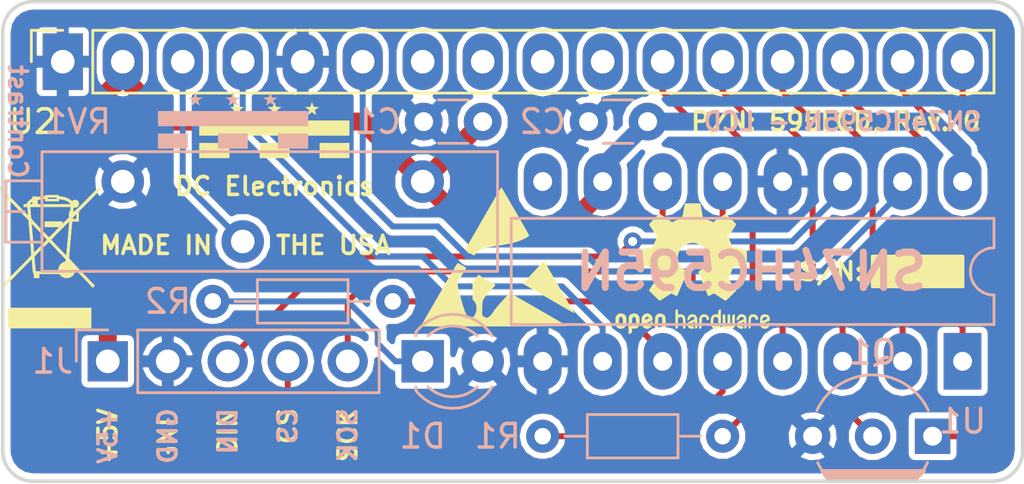
<source format=kicad_pcb>
(kicad_pcb (version 20171130) (host pcbnew 5.0.2-bee76a0~70~ubuntu16.04.1)

  (general
    (thickness 1.6)
    (drawings 28)
    (tracks 113)
    (zones 0)
    (modules 15)
    (nets 23)
  )

  (page A4)
  (layers
    (0 F.Cu signal)
    (31 B.Cu signal)
    (32 B.Adhes user hide)
    (33 F.Adhes user hide)
    (34 B.Paste user hide)
    (35 F.Paste user hide)
    (36 B.SilkS user)
    (37 F.SilkS user)
    (38 B.Mask user hide)
    (39 F.Mask user hide)
    (40 Dwgs.User user hide)
    (41 Cmts.User user hide)
    (42 Eco1.User user hide)
    (43 Eco2.User user hide)
    (44 Edge.Cuts user)
    (45 Margin user hide)
    (46 B.CrtYd user hide)
    (47 F.CrtYd user hide)
    (48 B.Fab user hide)
    (49 F.Fab user hide)
  )

  (setup
    (last_trace_width 0.2032)
    (user_trace_width 0.2032)
    (user_trace_width 0.254)
    (user_trace_width 0.381)
    (user_trace_width 0.508)
    (user_trace_width 0.635)
    (user_trace_width 0.762)
    (trace_clearance 0.1524)
    (zone_clearance 0.254)
    (zone_45_only no)
    (trace_min 0.1524)
    (segment_width 0.2)
    (edge_width 0.15)
    (via_size 0.6858)
    (via_drill 0.3302)
    (via_min_size 0.6858)
    (via_min_drill 0.3302)
    (user_via 0.762 0.381)
    (user_via 1.016 0.508)
    (user_via 1.27 0.635)
    (user_via 1.524 0.762)
    (uvia_size 0.3048)
    (uvia_drill 0.1016)
    (uvias_allowed no)
    (uvia_min_size 0.2)
    (uvia_min_drill 0.1)
    (pcb_text_width 0.3)
    (pcb_text_size 1.5 1.5)
    (mod_edge_width 0.15)
    (mod_text_size 1 1)
    (mod_text_width 0.15)
    (pad_size 2.4 1.7)
    (pad_drill 1)
    (pad_to_mask_clearance 0.051)
    (solder_mask_min_width 0.25)
    (aux_axis_origin 0 0)
    (grid_origin 127 116.84)
    (visible_elements FFFFFF7F)
    (pcbplotparams
      (layerselection 0x010fc_ffffffff)
      (usegerberextensions false)
      (usegerberattributes false)
      (usegerberadvancedattributes false)
      (creategerberjobfile false)
      (excludeedgelayer true)
      (linewidth 0.101600)
      (plotframeref false)
      (viasonmask false)
      (mode 1)
      (useauxorigin false)
      (hpglpennumber 1)
      (hpglpenspeed 20)
      (hpglpendiameter 15.000000)
      (psnegative false)
      (psa4output false)
      (plotreference true)
      (plotvalue true)
      (plotinvisibletext false)
      (padsonsilk false)
      (subtractmaskfromsilk false)
      (outputformat 1)
      (mirror false)
      (drillshape 1)
      (scaleselection 1)
      (outputdirectory ""))
  )

  (net 0 "")
  (net 1 +5C)
  (net 2 GND)
  (net 3 "Net-(RV1-Pad2)")
  (net 4 "Net-(U1-Pad9)")
  (net 5 "Net-(U2-Pad7)")
  (net 6 "Net-(U2-Pad8)")
  (net 7 "Net-(U2-Pad9)")
  (net 8 "Net-(U2-Pad10)")
  (net 9 /SCK)
  (net 10 "Net-(Q1-Pad1)")
  (net 11 /D5)
  (net 12 /D6)
  (net 13 /D7)
  (net 14 /E)
  (net 15 /RS)
  (net 16 /D4)
  (net 17 "Net-(D1-Pad1)")
  (net 18 "Net-(Q1-Pad2)")
  (net 19 /BKLGHT)
  (net 20 /LED)
  (net 21 /DIN)
  (net 22 /CS)

  (net_class Default "This is the default net class."
    (clearance 0.1524)
    (trace_width 0.2032)
    (via_dia 0.6858)
    (via_drill 0.3302)
    (uvia_dia 0.3048)
    (uvia_drill 0.1016)
    (diff_pair_gap 0.254)
    (diff_pair_width 0.2032)
    (add_net +5C)
    (add_net /BKLGHT)
    (add_net /CS)
    (add_net /D4)
    (add_net /D5)
    (add_net /D6)
    (add_net /D7)
    (add_net /DIN)
    (add_net /E)
    (add_net /LED)
    (add_net /RS)
    (add_net /SCK)
    (add_net GND)
    (add_net "Net-(D1-Pad1)")
    (add_net "Net-(Q1-Pad1)")
    (add_net "Net-(Q1-Pad2)")
    (add_net "Net-(RV1-Pad2)")
    (add_net "Net-(U1-Pad9)")
    (add_net "Net-(U2-Pad10)")
    (add_net "Net-(U2-Pad7)")
    (add_net "Net-(U2-Pad8)")
    (add_net "Net-(U2-Pad9)")
  )

  (module User_PCB_Libraries:DCelectronics_logo3 (layer B.Cu) (tedit 0) (tstamp 5CF48206)
    (at 136.75 101.94 180)
    (fp_text reference G*** (at 0 0 180) (layer B.SilkS) hide
      (effects (font (size 1.524 1.524) (thickness 0.3)) (justify mirror))
    )
    (fp_text value LOGO (at 0.75 0 180) (layer B.SilkS) hide
      (effects (font (size 1.524 1.524) (thickness 0.3)) (justify mirror))
    )
    (fp_poly (pts (xy -1.905 -0.801309) (xy -3.175 -0.801309) (xy -3.175 -0.166309) (xy -1.905 -0.166309)
      (xy -1.905 -0.801309)) (layer B.SilkS) (width 0.01))
    (fp_poly (pts (xy 0.635 -0.801309) (xy -0.619881 -0.801309) (xy -0.619881 -0.166309) (xy 0.635 -0.166309)
      (xy 0.635 -0.801309)) (layer B.SilkS) (width 0.01))
    (fp_poly (pts (xy 3.175 -0.801309) (xy 1.920119 -0.801309) (xy 1.920119 -0.166309) (xy 3.175 -0.166309)
      (xy 3.175 -0.801309)) (layer B.SilkS) (width 0.01))
    (fp_poly (pts (xy 3.175 0.151191) (xy -3.175 0.151191) (xy -3.175 0.786191) (xy 3.175 0.786191)
      (xy 3.175 0.151191)) (layer B.SilkS) (width 0.01))
    (fp_poly (pts (xy -1.517032 1.368274) (xy -1.406879 1.360715) (xy -1.296726 1.353155) (xy -1.381311 1.292679)
      (xy -1.423596 1.261271) (xy -1.454033 1.236423) (xy -1.466206 1.223381) (xy -1.466222 1.22323)
      (xy -1.461831 1.205246) (xy -1.450084 1.167509) (xy -1.436271 1.126256) (xy -1.421184 1.079438)
      (xy -1.412203 1.045605) (xy -1.411097 1.03315) (xy -1.424914 1.038669) (xy -1.456325 1.058022)
      (xy -1.498614 1.087063) (xy -1.499888 1.087974) (xy -1.583576 1.147902) (xy -1.663864 1.087999)
      (xy -1.711798 1.052814) (xy -1.73988 1.03432) (xy -1.752107 1.030616) (xy -1.752473 1.039802)
      (xy -1.75007 1.046995) (xy -1.723376 1.124367) (xy -1.706447 1.184531) (xy -1.700183 1.223789)
      (xy -1.703596 1.237755) (xy -1.722693 1.251127) (xy -1.758006 1.276) (xy -1.792334 1.300239)
      (xy -1.867203 1.353155) (xy -1.758609 1.357577) (xy -1.650015 1.361998) (xy -1.616266 1.46341)
      (xy -1.582518 1.564822) (xy -1.517032 1.368274)) (layer B.SilkS) (width 0.01))
    (fp_poly (pts (xy 0.070468 1.368274) (xy 0.180621 1.360715) (xy 0.290774 1.353155) (xy 0.206189 1.292679)
      (xy 0.163904 1.261271) (xy 0.133467 1.236423) (xy 0.121294 1.223381) (xy 0.121278 1.22323)
      (xy 0.125669 1.205246) (xy 0.137416 1.167509) (xy 0.151229 1.126256) (xy 0.166316 1.079438)
      (xy 0.175297 1.045605) (xy 0.176403 1.03315) (xy 0.162586 1.038669) (xy 0.131175 1.058022)
      (xy 0.088886 1.087063) (xy 0.087612 1.087974) (xy 0.003924 1.147902) (xy -0.076364 1.087999)
      (xy -0.124298 1.052814) (xy -0.15238 1.03432) (xy -0.164607 1.030616) (xy -0.164973 1.039802)
      (xy -0.16257 1.046995) (xy -0.135876 1.124367) (xy -0.118947 1.184531) (xy -0.112683 1.223789)
      (xy -0.116096 1.237755) (xy -0.135193 1.251127) (xy -0.170506 1.276) (xy -0.204834 1.300239)
      (xy -0.279703 1.353155) (xy -0.171109 1.357577) (xy -0.062515 1.361998) (xy -0.028766 1.46341)
      (xy 0.004982 1.564822) (xy 0.070468 1.368274)) (layer B.SilkS) (width 0.01))
    (fp_poly (pts (xy 1.657968 1.368274) (xy 1.768121 1.360715) (xy 1.878274 1.353155) (xy 1.793689 1.292679)
      (xy 1.751404 1.261271) (xy 1.720967 1.236423) (xy 1.708794 1.223381) (xy 1.708778 1.22323)
      (xy 1.713169 1.205246) (xy 1.724916 1.167509) (xy 1.738729 1.126256) (xy 1.753816 1.079438)
      (xy 1.762797 1.045605) (xy 1.763903 1.03315) (xy 1.750086 1.038669) (xy 1.718675 1.058022)
      (xy 1.676386 1.087063) (xy 1.675112 1.087974) (xy 1.591424 1.147902) (xy 1.511136 1.087999)
      (xy 1.463202 1.052814) (xy 1.43512 1.03432) (xy 1.422893 1.030616) (xy 1.422527 1.039802)
      (xy 1.42493 1.046995) (xy 1.451624 1.124367) (xy 1.468553 1.184531) (xy 1.474817 1.223789)
      (xy 1.471404 1.237755) (xy 1.452307 1.251127) (xy 1.416994 1.276) (xy 1.382666 1.300239)
      (xy 1.307797 1.353155) (xy 1.416391 1.357577) (xy 1.524985 1.361998) (xy 1.558734 1.46341)
      (xy 1.592482 1.564822) (xy 1.657968 1.368274)) (layer B.SilkS) (width 0.01))
  )

  (module Package_DIP:DIP-16_W7.62mm_LongPads (layer B.Cu) (tedit 5A02E8C5) (tstamp 5C39C90F)
    (at 167.64 111.76 90)
    (descr "16-lead though-hole mounted DIP package, row spacing 7.62 mm (300 mils), LongPads")
    (tags "THT DIP DIL PDIP 2.54mm 7.62mm 300mil LongPads")
    (path /5C2C221E)
    (fp_text reference U1 (at -2.54 0) (layer B.SilkS)
      (effects (font (size 1 1) (thickness 0.15)) (justify mirror))
    )
    (fp_text value 74HC595 (at 3.81 -20.11 90) (layer B.Fab)
      (effects (font (size 1 1) (thickness 0.15)) (justify mirror))
    )
    (fp_arc (start 3.81 1.33) (end 2.81 1.33) (angle 180) (layer B.SilkS) (width 0.12))
    (fp_line (start 1.635 1.27) (end 6.985 1.27) (layer B.Fab) (width 0.1))
    (fp_line (start 6.985 1.27) (end 6.985 -19.05) (layer B.Fab) (width 0.1))
    (fp_line (start 6.985 -19.05) (end 0.635 -19.05) (layer B.Fab) (width 0.1))
    (fp_line (start 0.635 -19.05) (end 0.635 0.27) (layer B.Fab) (width 0.1))
    (fp_line (start 0.635 0.27) (end 1.635 1.27) (layer B.Fab) (width 0.1))
    (fp_line (start 2.81 1.33) (end 1.56 1.33) (layer B.SilkS) (width 0.12))
    (fp_line (start 1.56 1.33) (end 1.56 -19.11) (layer B.SilkS) (width 0.12))
    (fp_line (start 1.56 -19.11) (end 6.06 -19.11) (layer B.SilkS) (width 0.12))
    (fp_line (start 6.06 -19.11) (end 6.06 1.33) (layer B.SilkS) (width 0.12))
    (fp_line (start 6.06 1.33) (end 4.81 1.33) (layer B.SilkS) (width 0.12))
    (fp_line (start -1.45 1.55) (end -1.45 -19.3) (layer B.CrtYd) (width 0.05))
    (fp_line (start -1.45 -19.3) (end 9.1 -19.3) (layer B.CrtYd) (width 0.05))
    (fp_line (start 9.1 -19.3) (end 9.1 1.55) (layer B.CrtYd) (width 0.05))
    (fp_line (start 9.1 1.55) (end -1.45 1.55) (layer B.CrtYd) (width 0.05))
    (fp_text user %R (at 3.81 -8.89 90) (layer B.Fab)
      (effects (font (size 1 1) (thickness 0.15)) (justify mirror))
    )
    (pad 1 thru_hole rect (at 0 0 90) (size 2.4 1.6) (drill 0.8) (layers *.Cu *.Mask)
      (net 16 /D4))
    (pad 9 thru_hole oval (at 7.62 -17.78 90) (size 2.4 1.6) (drill 0.8) (layers *.Cu *.Mask)
      (net 4 "Net-(U1-Pad9)"))
    (pad 2 thru_hole oval (at 0 -2.54 90) (size 2.4 1.6) (drill 0.8) (layers *.Cu *.Mask)
      (net 11 /D5))
    (pad 10 thru_hole oval (at 7.62 -15.24 90) (size 2.4 1.6) (drill 0.8) (layers *.Cu *.Mask)
      (net 1 +5C))
    (pad 3 thru_hole oval (at 0 -5.08 90) (size 2.4 1.6) (drill 0.8) (layers *.Cu *.Mask)
      (net 12 /D6))
    (pad 11 thru_hole oval (at 7.62 -12.7 90) (size 2.4 1.6) (drill 0.8) (layers *.Cu *.Mask)
      (net 9 /SCK))
    (pad 4 thru_hole oval (at 0 -7.62 90) (size 2.4 1.6) (drill 0.8) (layers *.Cu *.Mask)
      (net 13 /D7))
    (pad 12 thru_hole oval (at 7.62 -10.16 90) (size 2.4 1.6) (drill 0.8) (layers *.Cu *.Mask)
      (net 22 /CS))
    (pad 5 thru_hole oval (at 0 -10.16 90) (size 2.4 1.6) (drill 0.8) (layers *.Cu *.Mask)
      (net 19 /BKLGHT))
    (pad 13 thru_hole oval (at 7.62 -7.62 90) (size 2.4 1.6) (drill 0.8) (layers *.Cu *.Mask)
      (net 2 GND))
    (pad 6 thru_hole oval (at 0 -12.7 90) (size 2.4 1.6) (drill 0.8) (layers *.Cu *.Mask)
      (net 20 /LED))
    (pad 14 thru_hole oval (at 7.62 -5.08 90) (size 2.4 1.6) (drill 0.8) (layers *.Cu *.Mask)
      (net 21 /DIN))
    (pad 7 thru_hole oval (at 0 -15.24 90) (size 2.4 1.6) (drill 0.8) (layers *.Cu *.Mask)
      (net 15 /RS))
    (pad 15 thru_hole oval (at 7.62 -2.54 90) (size 2.4 1.6) (drill 0.8) (layers *.Cu *.Mask)
      (net 14 /E))
    (pad 8 thru_hole oval (at 0 -17.78 90) (size 2.4 1.6) (drill 0.8) (layers *.Cu *.Mask)
      (net 2 GND))
    (pad 16 thru_hole oval (at 7.62 0 90) (size 2.4 1.6) (drill 0.8) (layers *.Cu *.Mask)
      (net 1 +5C))
    (model ${KISYS3DMOD}/Package_DIP.3dshapes/DIP-16_W7.62mm.wrl
      (at (xyz 0 0 0))
      (scale (xyz 1 1 1))
      (rotate (xyz 0 0 0))
    )
  )

  (module Potentiometer_THT:Potentiometer_Bourns_3009P_Horizontal (layer B.Cu) (tedit 5A3D4994) (tstamp 5C39C8EB)
    (at 144.78 104.14)
    (descr "Potentiometer, horizontal, Bourns 3009P, http://www.bourns.com/docs/Product-Datasheets/3009.pdf")
    (tags "Potentiometer horizontal Bourns 3009P")
    (path /5C2C596E)
    (fp_text reference RV1 (at -14.605 -2.54) (layer B.SilkS)
      (effects (font (size 1 1) (thickness 0.15)) (justify mirror))
    )
    (fp_text value 10K (at -7.235 -2.395) (layer B.Fab)
      (effects (font (size 1 1) (thickness 0.15)) (justify mirror))
    )
    (fp_line (start -16 3.685) (end -16 -1.145) (layer B.Fab) (width 0.1))
    (fp_line (start -16 -1.145) (end 3.05 -1.145) (layer B.Fab) (width 0.1))
    (fp_line (start 3.05 -1.145) (end 3.05 3.685) (layer B.Fab) (width 0.1))
    (fp_line (start 3.05 3.685) (end -16 3.685) (layer B.Fab) (width 0.1))
    (fp_line (start -17.52 2.45) (end -17.52 0.09) (layer B.Fab) (width 0.1))
    (fp_line (start -17.52 0.09) (end -16 0.09) (layer B.Fab) (width 0.1))
    (fp_line (start -16 0.09) (end -16 2.45) (layer B.Fab) (width 0.1))
    (fp_line (start -16 2.45) (end -17.52 2.45) (layer B.Fab) (width 0.1))
    (fp_line (start -17.52 1.27) (end -16.76 1.27) (layer B.Fab) (width 0.1))
    (fp_line (start -16.12 3.805) (end 3.17 3.805) (layer B.SilkS) (width 0.12))
    (fp_line (start -16.12 -1.265) (end 3.17 -1.265) (layer B.SilkS) (width 0.12))
    (fp_line (start -16.12 3.805) (end -16.12 -1.265) (layer B.SilkS) (width 0.12))
    (fp_line (start 3.17 3.805) (end 3.17 -1.265) (layer B.SilkS) (width 0.12))
    (fp_line (start -17.64 2.569) (end -16.121 2.569) (layer B.SilkS) (width 0.12))
    (fp_line (start -17.64 -0.03) (end -16.121 -0.03) (layer B.SilkS) (width 0.12))
    (fp_line (start -17.64 2.569) (end -17.64 -0.03) (layer B.SilkS) (width 0.12))
    (fp_line (start -16.121 2.569) (end -16.121 -0.03) (layer B.SilkS) (width 0.12))
    (fp_line (start -17.64 1.27) (end -16.881 1.27) (layer B.SilkS) (width 0.12))
    (fp_line (start -17.8 3.95) (end -17.8 -1.4) (layer B.CrtYd) (width 0.05))
    (fp_line (start -17.8 -1.4) (end 3.35 -1.4) (layer B.CrtYd) (width 0.05))
    (fp_line (start 3.35 -1.4) (end 3.35 3.95) (layer B.CrtYd) (width 0.05))
    (fp_line (start 3.35 3.95) (end -17.8 3.95) (layer B.CrtYd) (width 0.05))
    (fp_text user %R (at -6.475 1.27) (layer B.Fab)
      (effects (font (size 1 1) (thickness 0.15)) (justify mirror))
    )
    (pad 1 thru_hole circle (at 0 0) (size 1.8 1.8) (drill 1) (layers *.Cu *.Mask)
      (net 1 +5C))
    (pad 2 thru_hole circle (at -7.62 2.54) (size 1.8 1.8) (drill 1) (layers *.Cu *.Mask)
      (net 3 "Net-(RV1-Pad2)"))
    (pad 3 thru_hole circle (at -12.7 0) (size 1.8 1.8) (drill 1) (layers *.Cu *.Mask)
      (net 2 GND))
    (model ${KISYS3DMOD}/Potentiometer_THT.3dshapes/Potentiometer_Bourns_3009P_Horizontal.wrl
      (at (xyz 0 0 0))
      (scale (xyz 1 1 1))
      (rotate (xyz 0 0 0))
    )
    (model ${KIPRJMOD}/3006p-7-103lf.step
      (offset (xyz -6.349999904632568 1.269999980926514 0))
      (scale (xyz 1 1 1))
      (rotate (xyz 90 180 0))
    )
  )

  (module Connector_PinSocket_2.54mm:PinSocket_1x16_P2.54mm_Vertical (layer F.Cu) (tedit 5C39800C) (tstamp 5C3A2AC2)
    (at 129.54 99.06 90)
    (descr "Through hole straight socket strip, 1x16, 2.54mm pitch, single row (from Kicad 4.0.7), script generated")
    (tags "Through hole socket strip THT 1x16 2.54mm single row")
    (path /5C2C2691)
    (fp_text reference U2 (at -2.54 -1.27 180) (layer F.SilkS)
      (effects (font (size 1 1) (thickness 0.15)))
    )
    (fp_text value RC1602A (at 0 40.87 90) (layer F.Fab)
      (effects (font (size 1 1) (thickness 0.15)))
    )
    (fp_line (start -1.27 -1.27) (end 0.635 -1.27) (layer F.Fab) (width 0.1))
    (fp_line (start 0.635 -1.27) (end 1.27 -0.635) (layer F.Fab) (width 0.1))
    (fp_line (start 1.27 -0.635) (end 1.27 39.37) (layer F.Fab) (width 0.1))
    (fp_line (start 1.27 39.37) (end -1.27 39.37) (layer F.Fab) (width 0.1))
    (fp_line (start -1.27 39.37) (end -1.27 -1.27) (layer F.Fab) (width 0.1))
    (fp_line (start -1.33 1.27) (end 1.33 1.27) (layer F.SilkS) (width 0.12))
    (fp_line (start -1.33 1.27) (end -1.33 39.43) (layer F.SilkS) (width 0.12))
    (fp_line (start -1.33 39.43) (end 1.33 39.43) (layer F.SilkS) (width 0.12))
    (fp_line (start 1.33 1.27) (end 1.33 39.43) (layer F.SilkS) (width 0.12))
    (fp_line (start 1.33 -1.33) (end 1.33 0) (layer F.SilkS) (width 0.12))
    (fp_line (start 0 -1.33) (end 1.33 -1.33) (layer F.SilkS) (width 0.12))
    (fp_line (start -1.8 -1.8) (end 1.75 -1.8) (layer F.CrtYd) (width 0.05))
    (fp_line (start 1.75 -1.8) (end 1.75 39.9) (layer F.CrtYd) (width 0.05))
    (fp_line (start 1.75 39.9) (end -1.8 39.9) (layer F.CrtYd) (width 0.05))
    (fp_line (start -1.8 39.9) (end -1.8 -1.8) (layer F.CrtYd) (width 0.05))
    (fp_text user %R (at 0 19.05 180) (layer F.Fab)
      (effects (font (size 1 1) (thickness 0.15)))
    )
    (pad 1 thru_hole rect (at 0 0 90) (size 2.4 1.7) (drill 1) (layers *.Cu *.Mask)
      (net 2 GND))
    (pad 2 thru_hole oval (at 0 2.54 90) (size 2.4 1.7) (drill 1) (layers *.Cu *.Mask)
      (net 1 +5C))
    (pad 3 thru_hole oval (at 0 5.08 90) (size 2.4 1.7) (drill 1) (layers *.Cu *.Mask)
      (net 3 "Net-(RV1-Pad2)"))
    (pad 4 thru_hole oval (at 0 7.62 90) (size 2.4 1.7) (drill 1) (layers *.Cu *.Mask)
      (net 15 /RS))
    (pad 5 thru_hole oval (at 0 10.16 90) (size 2.4 1.7) (drill 1) (layers *.Cu *.Mask)
      (net 2 GND))
    (pad 6 thru_hole oval (at 0 12.7 90) (size 2.4 1.7) (drill 1) (layers *.Cu *.Mask)
      (net 14 /E))
    (pad 7 thru_hole oval (at 0 15.24 90) (size 2.4 1.7) (drill 1) (layers *.Cu *.Mask)
      (net 5 "Net-(U2-Pad7)"))
    (pad 8 thru_hole oval (at 0 17.78 90) (size 2.4 1.7) (drill 1) (layers *.Cu *.Mask)
      (net 6 "Net-(U2-Pad8)"))
    (pad 9 thru_hole oval (at 0 20.32 90) (size 2.4 1.7) (drill 1) (layers *.Cu *.Mask)
      (net 7 "Net-(U2-Pad9)"))
    (pad 10 thru_hole oval (at 0 22.86 90) (size 2.4 1.7) (drill 1) (layers *.Cu *.Mask)
      (net 8 "Net-(U2-Pad10)"))
    (pad 11 thru_hole oval (at 0 25.4 90) (size 2.4 1.7) (drill 1) (layers *.Cu *.Mask)
      (net 13 /D7))
    (pad 12 thru_hole oval (at 0 27.94 90) (size 2.4 1.7) (drill 1) (layers *.Cu *.Mask)
      (net 12 /D6))
    (pad 13 thru_hole oval (at 0 30.48 90) (size 2.4 1.7) (drill 1) (layers *.Cu *.Mask)
      (net 11 /D5))
    (pad 14 thru_hole oval (at 0 33.02 90) (size 2.4 1.7) (drill 1) (layers *.Cu *.Mask)
      (net 16 /D4))
    (pad 15 thru_hole oval (at 0 35.56 90) (size 2.4 1.7) (drill 1) (layers *.Cu *.Mask)
      (net 1 +5C))
    (pad 16 thru_hole oval (at 0 38.1 90) (size 2.4 1.7) (drill 1) (layers *.Cu *.Mask)
      (net 10 "Net-(Q1-Pad1)"))
    (model ${KISYS3DMOD}/Connector_PinSocket_2.54mm.3dshapes/PinSocket_1x16_P2.54mm_Vertical.wrl
      (at (xyz 0 0 0))
      (scale (xyz 1 1 1))
      (rotate (xyz 0 0 0))
    )
  )

  (module Connector_PinHeader_2.54mm:PinHeader_1x05_P2.54mm_Vertical (layer B.Cu) (tedit 59FED5CC) (tstamp 5C487974)
    (at 131.445 111.76 270)
    (descr "Through hole straight pin header, 1x05, 2.54mm pitch, single row")
    (tags "Through hole pin header THT 1x05 2.54mm single row")
    (path /5C2C3672)
    (fp_text reference J1 (at 0 2.33) (layer B.SilkS)
      (effects (font (size 1 1) (thickness 0.15)) (justify mirror))
    )
    (fp_text value Conn_01x05_Male (at 0 -12.49 270) (layer B.Fab)
      (effects (font (size 1 1) (thickness 0.15)) (justify mirror))
    )
    (fp_line (start -0.635 1.27) (end 1.27 1.27) (layer B.Fab) (width 0.1))
    (fp_line (start 1.27 1.27) (end 1.27 -11.43) (layer B.Fab) (width 0.1))
    (fp_line (start 1.27 -11.43) (end -1.27 -11.43) (layer B.Fab) (width 0.1))
    (fp_line (start -1.27 -11.43) (end -1.27 0.635) (layer B.Fab) (width 0.1))
    (fp_line (start -1.27 0.635) (end -0.635 1.27) (layer B.Fab) (width 0.1))
    (fp_line (start -1.33 -11.49) (end 1.33 -11.49) (layer B.SilkS) (width 0.12))
    (fp_line (start -1.33 -1.27) (end -1.33 -11.49) (layer B.SilkS) (width 0.12))
    (fp_line (start 1.33 -1.27) (end 1.33 -11.49) (layer B.SilkS) (width 0.12))
    (fp_line (start -1.33 -1.27) (end 1.33 -1.27) (layer B.SilkS) (width 0.12))
    (fp_line (start -1.33 0) (end -1.33 1.33) (layer B.SilkS) (width 0.12))
    (fp_line (start -1.33 1.33) (end 0 1.33) (layer B.SilkS) (width 0.12))
    (fp_line (start -1.8 1.8) (end -1.8 -11.95) (layer B.CrtYd) (width 0.05))
    (fp_line (start -1.8 -11.95) (end 1.8 -11.95) (layer B.CrtYd) (width 0.05))
    (fp_line (start 1.8 -11.95) (end 1.8 1.8) (layer B.CrtYd) (width 0.05))
    (fp_line (start 1.8 1.8) (end -1.8 1.8) (layer B.CrtYd) (width 0.05))
    (fp_text user %R (at 0 -5.08 180) (layer B.Fab)
      (effects (font (size 1 1) (thickness 0.15)) (justify mirror))
    )
    (pad 1 thru_hole rect (at 0 0 270) (size 1.7 1.7) (drill 1) (layers *.Cu *.Mask)
      (net 1 +5C))
    (pad 2 thru_hole oval (at 0 -2.54 270) (size 1.7 1.7) (drill 1) (layers *.Cu *.Mask)
      (net 2 GND))
    (pad 3 thru_hole oval (at 0 -5.08 270) (size 1.7 1.7) (drill 1) (layers *.Cu *.Mask)
      (net 21 /DIN))
    (pad 4 thru_hole oval (at 0 -7.62 270) (size 1.7 1.7) (drill 1) (layers *.Cu *.Mask)
      (net 22 /CS))
    (pad 5 thru_hole oval (at 0 -10.16 270) (size 1.7 1.7) (drill 1) (layers *.Cu *.Mask)
      (net 9 /SCK))
    (model ${KISYS3DMOD}/Connector_PinHeader_2.54mm.3dshapes/PinHeader_1x05_P2.54mm_Vertical.wrl
      (at (xyz 0 0 0))
      (scale (xyz 1 1 1))
      (rotate (xyz 0 0 0))
    )
  )

  (module LED_THT:LED_D3.0mm (layer B.Cu) (tedit 587A3A7B) (tstamp 5C4807DE)
    (at 144.78 111.76)
    (descr "LED, diameter 3.0mm, 2 pins")
    (tags "LED diameter 3.0mm 2 pins")
    (path /5C3CBDAF)
    (fp_text reference D1 (at 0 3.175) (layer B.SilkS)
      (effects (font (size 1 1) (thickness 0.15)) (justify mirror))
    )
    (fp_text value LED (at 1.27 -2.96) (layer B.Fab)
      (effects (font (size 1 1) (thickness 0.15)) (justify mirror))
    )
    (fp_arc (start 1.27 0) (end -0.23 1.16619) (angle -284.3) (layer B.Fab) (width 0.1))
    (fp_arc (start 1.27 0) (end -0.29 1.235516) (angle -108.8) (layer B.SilkS) (width 0.12))
    (fp_arc (start 1.27 0) (end -0.29 -1.235516) (angle 108.8) (layer B.SilkS) (width 0.12))
    (fp_arc (start 1.27 0) (end 0.229039 1.08) (angle -87.9) (layer B.SilkS) (width 0.12))
    (fp_arc (start 1.27 0) (end 0.229039 -1.08) (angle 87.9) (layer B.SilkS) (width 0.12))
    (fp_circle (center 1.27 0) (end 2.77 0) (layer B.Fab) (width 0.1))
    (fp_line (start -0.23 1.16619) (end -0.23 -1.16619) (layer B.Fab) (width 0.1))
    (fp_line (start -0.29 1.236) (end -0.29 1.08) (layer B.SilkS) (width 0.12))
    (fp_line (start -0.29 -1.08) (end -0.29 -1.236) (layer B.SilkS) (width 0.12))
    (fp_line (start -1.15 2.25) (end -1.15 -2.25) (layer B.CrtYd) (width 0.05))
    (fp_line (start -1.15 -2.25) (end 3.7 -2.25) (layer B.CrtYd) (width 0.05))
    (fp_line (start 3.7 -2.25) (end 3.7 2.25) (layer B.CrtYd) (width 0.05))
    (fp_line (start 3.7 2.25) (end -1.15 2.25) (layer B.CrtYd) (width 0.05))
    (pad 1 thru_hole rect (at 0 0) (size 1.8 1.8) (drill 0.9) (layers *.Cu *.Mask)
      (net 17 "Net-(D1-Pad1)"))
    (pad 2 thru_hole circle (at 2.54 0) (size 1.8 1.8) (drill 0.9) (layers *.Cu *.Mask)
      (net 2 GND))
    (model ${KISYS3DMOD}/LED_THT.3dshapes/LED_D3.0mm.wrl
      (at (xyz 0 0 0))
      (scale (xyz 1 1 1))
      (rotate (xyz 0 0 0))
    )
  )

  (module Resistor_THT:R_Axial_DIN0204_L3.6mm_D1.6mm_P7.62mm_Horizontal (layer B.Cu) (tedit 5AE5139B) (tstamp 5C483151)
    (at 143.51 109.22 180)
    (descr "Resistor, Axial_DIN0204 series, Axial, Horizontal, pin pitch=7.62mm, 0.167W, length*diameter=3.6*1.6mm^2, http://cdn-reichelt.de/documents/datenblatt/B400/1_4W%23YAG.pdf")
    (tags "Resistor Axial_DIN0204 series Axial Horizontal pin pitch 7.62mm 0.167W length 3.6mm diameter 1.6mm")
    (path /5C3CBED1)
    (fp_text reference R2 (at 9.52 0 180) (layer B.SilkS)
      (effects (font (size 1 1) (thickness 0.15)) (justify mirror))
    )
    (fp_text value 470 (at 3.81 -1.92 180) (layer B.Fab)
      (effects (font (size 1 1) (thickness 0.15)) (justify mirror))
    )
    (fp_line (start 2.01 0.8) (end 2.01 -0.8) (layer B.Fab) (width 0.1))
    (fp_line (start 2.01 -0.8) (end 5.61 -0.8) (layer B.Fab) (width 0.1))
    (fp_line (start 5.61 -0.8) (end 5.61 0.8) (layer B.Fab) (width 0.1))
    (fp_line (start 5.61 0.8) (end 2.01 0.8) (layer B.Fab) (width 0.1))
    (fp_line (start 0 0) (end 2.01 0) (layer B.Fab) (width 0.1))
    (fp_line (start 7.62 0) (end 5.61 0) (layer B.Fab) (width 0.1))
    (fp_line (start 1.89 0.92) (end 1.89 -0.92) (layer B.SilkS) (width 0.12))
    (fp_line (start 1.89 -0.92) (end 5.73 -0.92) (layer B.SilkS) (width 0.12))
    (fp_line (start 5.73 -0.92) (end 5.73 0.92) (layer B.SilkS) (width 0.12))
    (fp_line (start 5.73 0.92) (end 1.89 0.92) (layer B.SilkS) (width 0.12))
    (fp_line (start 0.94 0) (end 1.89 0) (layer B.SilkS) (width 0.12))
    (fp_line (start 6.68 0) (end 5.73 0) (layer B.SilkS) (width 0.12))
    (fp_line (start -0.95 1.05) (end -0.95 -1.05) (layer B.CrtYd) (width 0.05))
    (fp_line (start -0.95 -1.05) (end 8.57 -1.05) (layer B.CrtYd) (width 0.05))
    (fp_line (start 8.57 -1.05) (end 8.57 1.05) (layer B.CrtYd) (width 0.05))
    (fp_line (start 8.57 1.05) (end -0.95 1.05) (layer B.CrtYd) (width 0.05))
    (fp_text user %R (at 3.81 0 180) (layer B.Fab)
      (effects (font (size 0.72 0.72) (thickness 0.108)) (justify mirror))
    )
    (pad 1 thru_hole circle (at 0 0 180) (size 1.4 1.4) (drill 0.7) (layers *.Cu *.Mask)
      (net 20 /LED))
    (pad 2 thru_hole oval (at 7.62 0 180) (size 1.4 1.4) (drill 0.7) (layers *.Cu *.Mask)
      (net 17 "Net-(D1-Pad1)"))
    (model ${KISYS3DMOD}/Resistor_THT.3dshapes/R_Axial_DIN0204_L3.6mm_D1.6mm_P7.62mm_Horizontal.wrl
      (at (xyz 0 0 0))
      (scale (xyz 1 1 1))
      (rotate (xyz 0 0 0))
    )
  )

  (module Resistor_THT:R_Axial_DIN0204_L3.6mm_D1.6mm_P7.62mm_Horizontal (layer B.Cu) (tedit 5AE5139B) (tstamp 5C483B21)
    (at 157.48 114.935 180)
    (descr "Resistor, Axial_DIN0204 series, Axial, Horizontal, pin pitch=7.62mm, 0.167W, length*diameter=3.6*1.6mm^2, http://cdn-reichelt.de/documents/datenblatt/B400/1_4W%23YAG.pdf")
    (tags "Resistor Axial_DIN0204 series Axial Horizontal pin pitch 7.62mm 0.167W length 3.6mm diameter 1.6mm")
    (path /5C3AE934)
    (fp_text reference R1 (at 9.525 0 180) (layer B.SilkS)
      (effects (font (size 1 1) (thickness 0.15)) (justify mirror))
    )
    (fp_text value 4K7 (at 3.81 -1.92 180) (layer B.Fab)
      (effects (font (size 1 1) (thickness 0.15)) (justify mirror))
    )
    (fp_line (start 2.01 0.8) (end 2.01 -0.8) (layer B.Fab) (width 0.1))
    (fp_line (start 2.01 -0.8) (end 5.61 -0.8) (layer B.Fab) (width 0.1))
    (fp_line (start 5.61 -0.8) (end 5.61 0.8) (layer B.Fab) (width 0.1))
    (fp_line (start 5.61 0.8) (end 2.01 0.8) (layer B.Fab) (width 0.1))
    (fp_line (start 0 0) (end 2.01 0) (layer B.Fab) (width 0.1))
    (fp_line (start 7.62 0) (end 5.61 0) (layer B.Fab) (width 0.1))
    (fp_line (start 1.89 0.92) (end 1.89 -0.92) (layer B.SilkS) (width 0.12))
    (fp_line (start 1.89 -0.92) (end 5.73 -0.92) (layer B.SilkS) (width 0.12))
    (fp_line (start 5.73 -0.92) (end 5.73 0.92) (layer B.SilkS) (width 0.12))
    (fp_line (start 5.73 0.92) (end 1.89 0.92) (layer B.SilkS) (width 0.12))
    (fp_line (start 0.94 0) (end 1.89 0) (layer B.SilkS) (width 0.12))
    (fp_line (start 6.68 0) (end 5.73 0) (layer B.SilkS) (width 0.12))
    (fp_line (start -0.95 1.05) (end -0.95 -1.05) (layer B.CrtYd) (width 0.05))
    (fp_line (start -0.95 -1.05) (end 8.57 -1.05) (layer B.CrtYd) (width 0.05))
    (fp_line (start 8.57 -1.05) (end 8.57 1.05) (layer B.CrtYd) (width 0.05))
    (fp_line (start 8.57 1.05) (end -0.95 1.05) (layer B.CrtYd) (width 0.05))
    (fp_text user %R (at 3.81 0 180) (layer B.Fab)
      (effects (font (size 0.72 0.72) (thickness 0.108)) (justify mirror))
    )
    (pad 1 thru_hole circle (at 0 0 180) (size 1.4 1.4) (drill 0.7) (layers *.Cu *.Mask)
      (net 18 "Net-(Q1-Pad2)"))
    (pad 2 thru_hole oval (at 7.62 0 180) (size 1.4 1.4) (drill 0.7) (layers *.Cu *.Mask)
      (net 19 /BKLGHT))
    (model ${KISYS3DMOD}/Resistor_THT.3dshapes/R_Axial_DIN0204_L3.6mm_D1.6mm_P7.62mm_Horizontal.wrl
      (at (xyz 0 0 0))
      (scale (xyz 1 1 1))
      (rotate (xyz 0 0 0))
    )
  )

  (module Capacitor_THT:C_Disc_D3.0mm_W1.6mm_P2.50mm (layer B.Cu) (tedit 5AE50EF0) (tstamp 5C48A2EB)
    (at 147.32 101.6 180)
    (descr "C, Disc series, Radial, pin pitch=2.50mm, , diameter*width=3.0*1.6mm^2, Capacitor, http://www.vishay.com/docs/45233/krseries.pdf")
    (tags "C Disc series Radial pin pitch 2.50mm  diameter 3.0mm width 1.6mm Capacitor")
    (path /5C3D0BF5)
    (fp_text reference C1 (at 4.445 0 180) (layer B.SilkS)
      (effects (font (size 1 1) (thickness 0.15)) (justify mirror))
    )
    (fp_text value 100nF (at 1.25 -2.05 180) (layer B.Fab)
      (effects (font (size 1 1) (thickness 0.15)) (justify mirror))
    )
    (fp_line (start -0.25 0.8) (end -0.25 -0.8) (layer B.Fab) (width 0.1))
    (fp_line (start -0.25 -0.8) (end 2.75 -0.8) (layer B.Fab) (width 0.1))
    (fp_line (start 2.75 -0.8) (end 2.75 0.8) (layer B.Fab) (width 0.1))
    (fp_line (start 2.75 0.8) (end -0.25 0.8) (layer B.Fab) (width 0.1))
    (fp_line (start 0.621 0.92) (end 1.879 0.92) (layer B.SilkS) (width 0.12))
    (fp_line (start 0.621 -0.92) (end 1.879 -0.92) (layer B.SilkS) (width 0.12))
    (fp_line (start -1.05 1.05) (end -1.05 -1.05) (layer B.CrtYd) (width 0.05))
    (fp_line (start -1.05 -1.05) (end 3.55 -1.05) (layer B.CrtYd) (width 0.05))
    (fp_line (start 3.55 -1.05) (end 3.55 1.05) (layer B.CrtYd) (width 0.05))
    (fp_line (start 3.55 1.05) (end -1.05 1.05) (layer B.CrtYd) (width 0.05))
    (fp_text user %R (at 1.25 0 180) (layer B.Fab)
      (effects (font (size 0.6 0.6) (thickness 0.09)) (justify mirror))
    )
    (pad 1 thru_hole circle (at 0 0 180) (size 1.6 1.6) (drill 0.8) (layers *.Cu *.Mask)
      (net 1 +5C))
    (pad 2 thru_hole circle (at 2.5 0 180) (size 1.6 1.6) (drill 0.8) (layers *.Cu *.Mask)
      (net 2 GND))
    (model ${KISYS3DMOD}/Capacitor_THT.3dshapes/C_Disc_D3.0mm_W1.6mm_P2.50mm.wrl
      (at (xyz 0 0 0))
      (scale (xyz 1 1 1))
      (rotate (xyz 0 0 0))
    )
  )

  (module Capacitor_THT:C_Disc_D3.0mm_W1.6mm_P2.50mm (layer B.Cu) (tedit 5AE50EF0) (tstamp 5C48A54F)
    (at 154.305 101.6 180)
    (descr "C, Disc series, Radial, pin pitch=2.50mm, , diameter*width=3.0*1.6mm^2, Capacitor, http://www.vishay.com/docs/45233/krseries.pdf")
    (tags "C Disc series Radial pin pitch 2.50mm  diameter 3.0mm width 1.6mm Capacitor")
    (path /5C3CFF6A)
    (fp_text reference C2 (at 4.445 0 180) (layer B.SilkS)
      (effects (font (size 1 1) (thickness 0.15)) (justify mirror))
    )
    (fp_text value 10nF (at 1.25 -2.05 180) (layer B.Fab)
      (effects (font (size 1 1) (thickness 0.15)) (justify mirror))
    )
    (fp_line (start -0.25 0.8) (end -0.25 -0.8) (layer B.Fab) (width 0.1))
    (fp_line (start -0.25 -0.8) (end 2.75 -0.8) (layer B.Fab) (width 0.1))
    (fp_line (start 2.75 -0.8) (end 2.75 0.8) (layer B.Fab) (width 0.1))
    (fp_line (start 2.75 0.8) (end -0.25 0.8) (layer B.Fab) (width 0.1))
    (fp_line (start 0.621 0.92) (end 1.879 0.92) (layer B.SilkS) (width 0.12))
    (fp_line (start 0.621 -0.92) (end 1.879 -0.92) (layer B.SilkS) (width 0.12))
    (fp_line (start -1.05 1.05) (end -1.05 -1.05) (layer B.CrtYd) (width 0.05))
    (fp_line (start -1.05 -1.05) (end 3.55 -1.05) (layer B.CrtYd) (width 0.05))
    (fp_line (start 3.55 -1.05) (end 3.55 1.05) (layer B.CrtYd) (width 0.05))
    (fp_line (start 3.55 1.05) (end -1.05 1.05) (layer B.CrtYd) (width 0.05))
    (fp_text user %R (at 1.25 0 180) (layer B.Fab)
      (effects (font (size 0.6 0.6) (thickness 0.09)) (justify mirror))
    )
    (pad 1 thru_hole circle (at 0 0 180) (size 1.6 1.6) (drill 0.8) (layers *.Cu *.Mask)
      (net 1 +5C))
    (pad 2 thru_hole circle (at 2.5 0 180) (size 1.6 1.6) (drill 0.8) (layers *.Cu *.Mask)
      (net 2 GND))
    (model ${KISYS3DMOD}/Capacitor_THT.3dshapes/C_Disc_D3.0mm_W1.6mm_P2.50mm.wrl
      (at (xyz 0 0 0))
      (scale (xyz 1 1 1))
      (rotate (xyz 0 0 0))
    )
  )

  (module Symbol:ESD-Logo_6.6x6mm_SilkScreen (layer F.Cu) (tedit 0) (tstamp 5C5462D1)
    (at 147.955 107.315)
    (descr "Electrostatic discharge Logo")
    (tags "Logo ESD")
    (attr virtual)
    (fp_text reference REF** (at 0 0) (layer F.SilkS) hide
      (effects (font (size 1 1) (thickness 0.15)))
    )
    (fp_text value ESD-Logo_6.6x6mm_SilkScreen (at 0.75 0) (layer F.Fab) hide
      (effects (font (size 1 1) (thickness 0.15)))
    )
    (fp_poly (pts (xy 0.164043 -2.914165) (xy 0.187065 -2.876755) (xy 0.222534 -2.817486) (xy 0.268996 -2.738882)
      (xy 0.324996 -2.643462) (xy 0.389081 -2.53375) (xy 0.459796 -2.412266) (xy 0.535687 -2.281532)
      (xy 0.615299 -2.14407) (xy 0.697178 -2.002402) (xy 0.77987 -1.859049) (xy 0.861921 -1.716533)
      (xy 0.941876 -1.577376) (xy 1.018281 -1.444099) (xy 1.089682 -1.319224) (xy 1.154624 -1.205273)
      (xy 1.211653 -1.104767) (xy 1.259315 -1.020228) (xy 1.296155 -0.954178) (xy 1.32072 -0.909138)
      (xy 1.331554 -0.88763) (xy 1.331951 -0.886286) (xy 1.318501 -0.868035) (xy 1.281114 -0.840118)
      (xy 1.224235 -0.805275) (xy 1.152312 -0.766246) (xy 1.077015 -0.729157) (xy 0.97456 -0.684183)
      (xy 0.866817 -0.643774) (xy 0.750073 -0.607031) (xy 0.620618 -0.573058) (xy 0.47474 -0.540956)
      (xy 0.308726 -0.509827) (xy 0.118866 -0.478773) (xy -0.077531 -0.449855) (xy -0.248166 -0.4242)
      (xy -0.391455 -0.398802) (xy -0.510992 -0.372398) (xy -0.61037 -0.343727) (xy -0.693182 -0.311527)
      (xy -0.763022 -0.274535) (xy -0.823482 -0.231488) (xy -0.878155 -0.181125) (xy -0.895786 -0.162417)
      (xy -0.934 -0.118861) (xy -0.962268 -0.083318) (xy -0.975382 -0.062417) (xy -0.975732 -0.060703)
      (xy -0.98032 -0.050194) (xy -0.996242 -0.050076) (xy -1.026734 -0.061746) (xy -1.075032 -0.086604)
      (xy -1.144373 -0.126048) (xy -1.192561 -0.154413) (xy -1.264417 -0.198753) (xy -1.320258 -0.236721)
      (xy -1.356333 -0.265584) (xy -1.368887 -0.282612) (xy -1.368879 -0.282736) (xy -1.361094 -0.298963)
      (xy -1.339108 -0.3396) (xy -1.304197 -0.402433) (xy -1.257637 -0.485248) (xy -1.200705 -0.585828)
      (xy -1.134677 -0.70196) (xy -1.060828 -0.831429) (xy -0.980436 -0.97202) (xy -0.894776 -1.121518)
      (xy -0.805124 -1.277708) (xy -0.712757 -1.438376) (xy -0.618951 -1.601307) (xy -0.524982 -1.764287)
      (xy -0.432126 -1.9251) (xy -0.34166 -2.081532) (xy -0.254859 -2.231367) (xy -0.173 -2.372392)
      (xy -0.097359 -2.502391) (xy -0.029213 -2.619151) (xy 0.030163 -2.720455) (xy 0.079493 -2.804089)
      (xy 0.1175 -2.867838) (xy 0.142907 -2.909489) (xy 0.15444 -2.926825) (xy 0.154923 -2.927195)
      (xy 0.164043 -2.914165)) (layer F.SilkS) (width 0.01))
    (fp_poly (pts (xy 1.987528 0.234619) (xy 1.998908 0.253693) (xy 2.024488 0.297421) (xy 2.063002 0.363619)
      (xy 2.113186 0.450102) (xy 2.173775 0.554685) (xy 2.243503 0.675183) (xy 2.321107 0.809412)
      (xy 2.40532 0.955187) (xy 2.494879 1.110323) (xy 2.586998 1.27) (xy 2.681076 1.433117)
      (xy 2.771402 1.589709) (xy 2.856665 1.737506) (xy 2.935557 1.87424) (xy 3.006769 1.997642)
      (xy 3.068991 2.105444) (xy 3.120913 2.195377) (xy 3.161228 2.265173) (xy 3.188624 2.312564)
      (xy 3.201507 2.334786) (xy 3.222507 2.37233) (xy 3.233925 2.395831) (xy 3.234551 2.39992)
      (xy 3.220636 2.392242) (xy 3.181941 2.370203) (xy 3.120487 2.334971) (xy 3.038298 2.287711)
      (xy 2.937396 2.229589) (xy 2.819805 2.161771) (xy 2.687546 2.085424) (xy 2.542642 2.001714)
      (xy 2.387117 1.911806) (xy 2.222992 1.816867) (xy 2.160549 1.780732) (xy 1.993487 1.684083)
      (xy 1.834074 1.591938) (xy 1.684355 1.505475) (xy 1.546376 1.425871) (xy 1.422185 1.354305)
      (xy 1.313827 1.291955) (xy 1.223348 1.239998) (xy 1.152796 1.199613) (xy 1.104215 1.171978)
      (xy 1.079654 1.158272) (xy 1.077085 1.156974) (xy 1.084569 1.14522) (xy 1.110614 1.113795)
      (xy 1.152559 1.065594) (xy 1.207746 1.00351) (xy 1.273517 0.930439) (xy 1.347212 0.849276)
      (xy 1.426173 0.762916) (xy 1.50774 0.674253) (xy 1.589254 0.586182) (xy 1.668057 0.501599)
      (xy 1.74149 0.423397) (xy 1.806893 0.354472) (xy 1.861608 0.297719) (xy 1.902977 0.256032)
      (xy 1.917164 0.242363) (xy 1.96418 0.198201) (xy 1.987528 0.234619)) (layer F.SilkS) (width 0.01))
    (fp_poly (pts (xy -1.677906 0.291158) (xy -1.645381 0.303736) (xy -1.595807 0.328712) (xy -1.524626 0.367876)
      (xy -1.519084 0.370988) (xy -1.453526 0.408476) (xy -1.398202 0.441319) (xy -1.358545 0.466205)
      (xy -1.339988 0.47982) (xy -1.339469 0.480487) (xy -1.343952 0.49939) (xy -1.364514 0.541605)
      (xy -1.399817 0.604832) (xy -1.44852 0.686772) (xy -1.509282 0.785122) (xy -1.580764 0.897585)
      (xy -1.598555 0.925165) (xy -1.644907 1.001699) (xy -1.678658 1.067556) (xy -1.696847 1.116782)
      (xy -1.698714 1.126507) (xy -1.697885 1.169312) (xy -1.688606 1.237209) (xy -1.672032 1.325843)
      (xy -1.64932 1.430859) (xy -1.621627 1.547902) (xy -1.59011 1.672616) (xy -1.555925 1.800645)
      (xy -1.520229 1.927634) (xy -1.484179 2.049228) (xy -1.448932 2.161072) (xy -1.415644 2.25881)
      (xy -1.385472 2.338087) (xy -1.364439 2.385122) (xy -1.339663 2.435225) (xy -1.31627 2.483168)
      (xy -1.315003 2.485793) (xy -1.276301 2.53422) (xy -1.219816 2.566828) (xy -1.154061 2.582454)
      (xy -1.087549 2.579937) (xy -1.028795 2.558114) (xy -0.995742 2.529382) (xy -0.948141 2.450583)
      (xy -0.913261 2.352378) (xy -0.894123 2.244779) (xy -0.891412 2.18378) (xy -0.90233 2.069935)
      (xy -0.934376 1.97566) (xy -0.989274 1.896379) (xy -1.006393 1.878733) (xy -1.057339 1.829235)
      (xy -1.060837 1.479362) (xy -1.064336 1.129489) (xy -0.975182 0.994531) (xy -0.933346 0.933445)
      (xy -0.893055 0.878493) (xy -0.860057 0.837336) (xy -0.845874 0.822192) (xy -0.805719 0.78481)
      (xy -0.751335 0.814098) (xy -0.716961 0.835084) (xy -0.698154 0.851378) (xy -0.696951 0.854307)
      (xy -0.684097 0.866728) (xy -0.662104 0.875977) (xy -0.64085 0.884313) (xy -0.608306 0.900149)
      (xy -0.561678 0.925033) (xy -0.498171 0.960509) (xy -0.414992 1.008123) (xy -0.309347 1.069422)
      (xy -0.251938 1.102932) (xy -0.184406 1.143071) (xy -0.140115 1.171659) (xy -0.115145 1.192039)
      (xy -0.105577 1.207553) (xy -0.107492 1.221546) (xy -0.109089 1.224796) (xy -0.124624 1.245266)
      (xy -0.157864 1.283665) (xy -0.204938 1.335696) (xy -0.261972 1.397066) (xy -0.3113 1.44909)
      (xy -0.42497 1.572567) (xy -0.513895 1.679591) (xy -0.578866 1.77124) (xy -0.620679 1.848588)
      (xy -0.634783 1.887866) (xy -0.640608 1.922249) (xy -0.646625 1.980899) (xy -0.652304 2.057117)
      (xy -0.657116 2.144202) (xy -0.659381 2.199268) (xy -0.662541 2.294464) (xy -0.663931 2.364062)
      (xy -0.663142 2.413409) (xy -0.659765 2.447854) (xy -0.653392 2.472743) (xy -0.643613 2.493425)
      (xy -0.635933 2.506053) (xy -0.591579 2.554726) (xy -0.534426 2.588645) (xy -0.474292 2.603438)
      (xy -0.429227 2.598086) (xy -0.388424 2.57493) (xy -0.337276 2.533462) (xy -0.282958 2.480912)
      (xy -0.232643 2.424516) (xy -0.193506 2.371505) (xy -0.179095 2.345889) (xy -0.157509 2.310814)
      (xy -0.118247 2.257389) (xy -0.064898 2.189789) (xy -0.001048 2.11219) (xy 0.069715 2.028768)
      (xy 0.143804 1.943698) (xy 0.217632 1.861155) (xy 0.287611 1.785316) (xy 0.350155 1.720356)
      (xy 0.39926 1.672669) (xy 0.453779 1.625032) (xy 0.499642 1.589908) (xy 0.531811 1.570949)
      (xy 0.542489 1.568864) (xy 0.558853 1.577274) (xy 0.599671 1.599846) (xy 0.662586 1.635224)
      (xy 0.745244 1.682054) (xy 0.845289 1.738981) (xy 0.960366 1.804649) (xy 1.088119 1.877703)
      (xy 1.226194 1.956788) (xy 1.372234 2.040548) (xy 1.523884 2.127629) (xy 1.67879 2.216676)
      (xy 1.834595 2.306332) (xy 1.988944 2.395243) (xy 2.139482 2.482054) (xy 2.283854 2.565409)
      (xy 2.419704 2.643954) (xy 2.544677 2.716333) (xy 2.656417 2.78119) (xy 2.75257 2.837171)
      (xy 2.830779 2.88292) (xy 2.888689 2.917083) (xy 2.923946 2.938304) (xy 2.934165 2.944963)
      (xy 2.920402 2.94628) (xy 2.877104 2.947559) (xy 2.805714 2.948796) (xy 2.707673 2.949983)
      (xy 2.584422 2.951115) (xy 2.437403 2.952186) (xy 2.268057 2.953189) (xy 2.077826 2.954119)
      (xy 1.868151 2.954968) (xy 1.640473 2.955732) (xy 1.396235 2.956403) (xy 1.136877 2.956976)
      (xy 0.863841 2.957444) (xy 0.578568 2.957802) (xy 0.2825 2.958042) (xy -0.022921 2.958159)
      (xy -0.151076 2.958171) (xy -3.25103 2.958171) (xy -3.029947 2.574847) (xy -2.983144 2.49368)
      (xy -2.922898 2.389166) (xy -2.851222 2.264801) (xy -2.770131 2.124082) (xy -2.681638 1.970503)
      (xy -2.58776 1.807562) (xy -2.490509 1.638754) (xy -2.3919 1.467575) (xy -2.293947 1.297521)
      (xy -2.269175 1.254512) (xy -2.178848 1.097857) (xy -2.092711 0.948803) (xy -2.012058 0.809568)
      (xy -1.938184 0.682371) (xy -1.872383 0.569432) (xy -1.81595 0.472968) (xy -1.770179 0.3952)
      (xy -1.736365 0.338346) (xy -1.715802 0.304625) (xy -1.710047 0.29604) (xy -1.697942 0.289189)
      (xy -1.677906 0.291158)) (layer F.SilkS) (width 0.01))
  )

  (module Symbol:OSHW-Logo2_7.3x6mm_SilkScreen (layer F.Cu) (tedit 0) (tstamp 5C54447A)
    (at 156.21 107.823)
    (descr "Open Source Hardware Symbol")
    (tags "Logo Symbol OSHW")
    (attr virtual)
    (fp_text reference REF** (at 0 0) (layer F.SilkS) hide
      (effects (font (size 1 1) (thickness 0.15)))
    )
    (fp_text value OSHW-Logo2_7.3x6mm_SilkScreen (at 0.75 0) (layer F.Fab) hide
      (effects (font (size 1 1) (thickness 0.15)))
    )
    (fp_poly (pts (xy -2.400256 1.919918) (xy -2.344799 1.947568) (xy -2.295852 1.99848) (xy -2.282371 2.017338)
      (xy -2.267686 2.042015) (xy -2.258158 2.068816) (xy -2.252707 2.104587) (xy -2.250253 2.156169)
      (xy -2.249714 2.224267) (xy -2.252148 2.317588) (xy -2.260606 2.387657) (xy -2.276826 2.439931)
      (xy -2.302546 2.479869) (xy -2.339503 2.512929) (xy -2.342218 2.514886) (xy -2.37864 2.534908)
      (xy -2.422498 2.544815) (xy -2.478276 2.547257) (xy -2.568952 2.547257) (xy -2.56899 2.635283)
      (xy -2.569834 2.684308) (xy -2.574976 2.713065) (xy -2.588413 2.730311) (xy -2.614142 2.744808)
      (xy -2.620321 2.747769) (xy -2.649236 2.761648) (xy -2.671624 2.770414) (xy -2.688271 2.771171)
      (xy -2.699964 2.761023) (xy -2.70749 2.737073) (xy -2.711634 2.696426) (xy -2.713185 2.636186)
      (xy -2.712929 2.553455) (xy -2.711651 2.445339) (xy -2.711252 2.413) (xy -2.709815 2.301524)
      (xy -2.708528 2.228603) (xy -2.569029 2.228603) (xy -2.568245 2.290499) (xy -2.56476 2.330997)
      (xy -2.556876 2.357708) (xy -2.542895 2.378244) (xy -2.533403 2.38826) (xy -2.494596 2.417567)
      (xy -2.460237 2.419952) (xy -2.424784 2.39575) (xy -2.423886 2.394857) (xy -2.409461 2.376153)
      (xy -2.400687 2.350732) (xy -2.396261 2.311584) (xy -2.394882 2.251697) (xy -2.394857 2.23843)
      (xy -2.398188 2.155901) (xy -2.409031 2.098691) (xy -2.42866 2.063766) (xy -2.45835 2.048094)
      (xy -2.475509 2.046514) (xy -2.516234 2.053926) (xy -2.544168 2.07833) (xy -2.560983 2.12298)
      (xy -2.56835 2.19113) (xy -2.569029 2.228603) (xy -2.708528 2.228603) (xy -2.708292 2.215245)
      (xy -2.706323 2.150333) (xy -2.70355 2.102958) (xy -2.699612 2.06929) (xy -2.694151 2.045498)
      (xy -2.686808 2.027753) (xy -2.677223 2.012224) (xy -2.673113 2.006381) (xy -2.618595 1.951185)
      (xy -2.549664 1.91989) (xy -2.469928 1.911165) (xy -2.400256 1.919918)) (layer F.SilkS) (width 0.01))
    (fp_poly (pts (xy -1.283907 1.92778) (xy -1.237328 1.954723) (xy -1.204943 1.981466) (xy -1.181258 2.009484)
      (xy -1.164941 2.043748) (xy -1.154661 2.089227) (xy -1.149086 2.150892) (xy -1.146884 2.233711)
      (xy -1.146629 2.293246) (xy -1.146629 2.512391) (xy -1.208314 2.540044) (xy -1.27 2.567697)
      (xy -1.277257 2.32767) (xy -1.280256 2.238028) (xy -1.283402 2.172962) (xy -1.287299 2.128026)
      (xy -1.292553 2.09877) (xy -1.299769 2.080748) (xy -1.30955 2.069511) (xy -1.312688 2.067079)
      (xy -1.360239 2.048083) (xy -1.408303 2.0556) (xy -1.436914 2.075543) (xy -1.448553 2.089675)
      (xy -1.456609 2.10822) (xy -1.461729 2.136334) (xy -1.464559 2.179173) (xy -1.465744 2.241895)
      (xy -1.465943 2.307261) (xy -1.465982 2.389268) (xy -1.467386 2.447316) (xy -1.472086 2.486465)
      (xy -1.482013 2.51178) (xy -1.499097 2.528323) (xy -1.525268 2.541156) (xy -1.560225 2.554491)
      (xy -1.598404 2.569007) (xy -1.593859 2.311389) (xy -1.592029 2.218519) (xy -1.589888 2.149889)
      (xy -1.586819 2.100711) (xy -1.582206 2.066198) (xy -1.575432 2.041562) (xy -1.565881 2.022016)
      (xy -1.554366 2.00477) (xy -1.49881 1.94968) (xy -1.43102 1.917822) (xy -1.357287 1.910191)
      (xy -1.283907 1.92778)) (layer F.SilkS) (width 0.01))
    (fp_poly (pts (xy -2.958885 1.921962) (xy -2.890855 1.957733) (xy -2.840649 2.015301) (xy -2.822815 2.052312)
      (xy -2.808937 2.107882) (xy -2.801833 2.178096) (xy -2.80116 2.254727) (xy -2.806573 2.329552)
      (xy -2.81773 2.394342) (xy -2.834286 2.440873) (xy -2.839374 2.448887) (xy -2.899645 2.508707)
      (xy -2.971231 2.544535) (xy -3.048908 2.55502) (xy -3.127452 2.53881) (xy -3.149311 2.529092)
      (xy -3.191878 2.499143) (xy -3.229237 2.459433) (xy -3.232768 2.454397) (xy -3.247119 2.430124)
      (xy -3.256606 2.404178) (xy -3.26221 2.370022) (xy -3.264914 2.321119) (xy -3.265701 2.250935)
      (xy -3.265714 2.2352) (xy -3.265678 2.230192) (xy -3.120571 2.230192) (xy -3.119727 2.29643)
      (xy -3.116404 2.340386) (xy -3.109417 2.368779) (xy -3.097584 2.388325) (xy -3.091543 2.394857)
      (xy -3.056814 2.41968) (xy -3.023097 2.418548) (xy -2.989005 2.397016) (xy -2.968671 2.374029)
      (xy -2.956629 2.340478) (xy -2.949866 2.287569) (xy -2.949402 2.281399) (xy -2.948248 2.185513)
      (xy -2.960312 2.114299) (xy -2.98543 2.068194) (xy -3.02344 2.047635) (xy -3.037008 2.046514)
      (xy -3.072636 2.052152) (xy -3.097006 2.071686) (xy -3.111907 2.109042) (xy -3.119125 2.16815)
      (xy -3.120571 2.230192) (xy -3.265678 2.230192) (xy -3.265174 2.160413) (xy -3.262904 2.108159)
      (xy -3.257932 2.071949) (xy -3.249287 2.045299) (xy -3.235995 2.021722) (xy -3.233057 2.017338)
      (xy -3.183687 1.958249) (xy -3.129891 1.923947) (xy -3.064398 1.910331) (xy -3.042158 1.909665)
      (xy -2.958885 1.921962)) (layer F.SilkS) (width 0.01))
    (fp_poly (pts (xy -1.831697 1.931239) (xy -1.774473 1.969735) (xy -1.730251 2.025335) (xy -1.703833 2.096086)
      (xy -1.69849 2.148162) (xy -1.699097 2.169893) (xy -1.704178 2.186531) (xy -1.718145 2.201437)
      (xy -1.745411 2.217973) (xy -1.790388 2.239498) (xy -1.857489 2.269374) (xy -1.857829 2.269524)
      (xy -1.919593 2.297813) (xy -1.970241 2.322933) (xy -2.004596 2.342179) (xy -2.017482 2.352848)
      (xy -2.017486 2.352934) (xy -2.006128 2.376166) (xy -1.979569 2.401774) (xy -1.949077 2.420221)
      (xy -1.93363 2.423886) (xy -1.891485 2.411212) (xy -1.855192 2.379471) (xy -1.837483 2.344572)
      (xy -1.820448 2.318845) (xy -1.787078 2.289546) (xy -1.747851 2.264235) (xy -1.713244 2.250471)
      (xy -1.706007 2.249714) (xy -1.697861 2.26216) (xy -1.69737 2.293972) (xy -1.703357 2.336866)
      (xy -1.714643 2.382558) (xy -1.73005 2.422761) (xy -1.730829 2.424322) (xy -1.777196 2.489062)
      (xy -1.837289 2.533097) (xy -1.905535 2.554711) (xy -1.976362 2.552185) (xy -2.044196 2.523804)
      (xy -2.047212 2.521808) (xy -2.100573 2.473448) (xy -2.13566 2.410352) (xy -2.155078 2.327387)
      (xy -2.157684 2.304078) (xy -2.162299 2.194055) (xy -2.156767 2.142748) (xy -2.017486 2.142748)
      (xy -2.015676 2.174753) (xy -2.005778 2.184093) (xy -1.981102 2.177105) (xy -1.942205 2.160587)
      (xy -1.898725 2.139881) (xy -1.897644 2.139333) (xy -1.860791 2.119949) (xy -1.846 2.107013)
      (xy -1.849647 2.093451) (xy -1.865005 2.075632) (xy -1.904077 2.049845) (xy -1.946154 2.04795)
      (xy -1.983897 2.066717) (xy -2.009966 2.102915) (xy -2.017486 2.142748) (xy -2.156767 2.142748)
      (xy -2.152806 2.106027) (xy -2.12845 2.036212) (xy -2.094544 1.987302) (xy -2.033347 1.937878)
      (xy -1.965937 1.913359) (xy -1.89712 1.911797) (xy -1.831697 1.931239)) (layer F.SilkS) (width 0.01))
    (fp_poly (pts (xy -0.624114 1.851289) (xy -0.619861 1.910613) (xy -0.614975 1.945572) (xy -0.608205 1.96082)
      (xy -0.598298 1.961015) (xy -0.595086 1.959195) (xy -0.552356 1.946015) (xy -0.496773 1.946785)
      (xy -0.440263 1.960333) (xy -0.404918 1.977861) (xy -0.368679 2.005861) (xy -0.342187 2.037549)
      (xy -0.324001 2.077813) (xy -0.312678 2.131543) (xy -0.306778 2.203626) (xy -0.304857 2.298951)
      (xy -0.304823 2.317237) (xy -0.3048 2.522646) (xy -0.350509 2.53858) (xy -0.382973 2.54942)
      (xy -0.400785 2.554468) (xy -0.401309 2.554514) (xy -0.403063 2.540828) (xy -0.404556 2.503076)
      (xy -0.405674 2.446224) (xy -0.406303 2.375234) (xy -0.4064 2.332073) (xy -0.406602 2.246973)
      (xy -0.407642 2.185981) (xy -0.410169 2.144177) (xy -0.414836 2.116642) (xy -0.422293 2.098456)
      (xy -0.433189 2.084698) (xy -0.439993 2.078073) (xy -0.486728 2.051375) (xy -0.537728 2.049375)
      (xy -0.583999 2.071955) (xy -0.592556 2.080107) (xy -0.605107 2.095436) (xy -0.613812 2.113618)
      (xy -0.619369 2.139909) (xy -0.622474 2.179562) (xy -0.623824 2.237832) (xy -0.624114 2.318173)
      (xy -0.624114 2.522646) (xy -0.669823 2.53858) (xy -0.702287 2.54942) (xy -0.720099 2.554468)
      (xy -0.720623 2.554514) (xy -0.721963 2.540623) (xy -0.723172 2.501439) (xy -0.724199 2.4407)
      (xy -0.724998 2.362141) (xy -0.725519 2.269498) (xy -0.725714 2.166509) (xy -0.725714 1.769342)
      (xy -0.678543 1.749444) (xy -0.631371 1.729547) (xy -0.624114 1.851289)) (layer F.SilkS) (width 0.01))
    (fp_poly (pts (xy 0.039744 1.950968) (xy 0.096616 1.972087) (xy 0.097267 1.972493) (xy 0.13244 1.99838)
      (xy 0.158407 2.028633) (xy 0.17667 2.068058) (xy 0.188732 2.121462) (xy 0.196096 2.193651)
      (xy 0.200264 2.289432) (xy 0.200629 2.303078) (xy 0.205876 2.508842) (xy 0.161716 2.531678)
      (xy 0.129763 2.54711) (xy 0.11047 2.554423) (xy 0.109578 2.554514) (xy 0.106239 2.541022)
      (xy 0.103587 2.504626) (xy 0.101956 2.451452) (xy 0.1016 2.408393) (xy 0.101592 2.338641)
      (xy 0.098403 2.294837) (xy 0.087288 2.273944) (xy 0.063501 2.272925) (xy 0.022296 2.288741)
      (xy -0.039914 2.317815) (xy -0.085659 2.341963) (xy -0.109187 2.362913) (xy -0.116104 2.385747)
      (xy -0.116114 2.386877) (xy -0.104701 2.426212) (xy -0.070908 2.447462) (xy -0.019191 2.450539)
      (xy 0.018061 2.450006) (xy 0.037703 2.460735) (xy 0.049952 2.486505) (xy 0.057002 2.519337)
      (xy 0.046842 2.537966) (xy 0.043017 2.540632) (xy 0.007001 2.55134) (xy -0.043434 2.552856)
      (xy -0.095374 2.545759) (xy -0.132178 2.532788) (xy -0.183062 2.489585) (xy -0.211986 2.429446)
      (xy -0.217714 2.382462) (xy -0.213343 2.340082) (xy -0.197525 2.305488) (xy -0.166203 2.274763)
      (xy -0.115322 2.24399) (xy -0.040824 2.209252) (xy -0.036286 2.207288) (xy 0.030821 2.176287)
      (xy 0.072232 2.150862) (xy 0.089981 2.128014) (xy 0.086107 2.104745) (xy 0.062643 2.078056)
      (xy 0.055627 2.071914) (xy 0.00863 2.0481) (xy -0.040067 2.049103) (xy -0.082478 2.072451)
      (xy -0.110616 2.115675) (xy -0.113231 2.12416) (xy -0.138692 2.165308) (xy -0.170999 2.185128)
      (xy -0.217714 2.20477) (xy -0.217714 2.15395) (xy -0.203504 2.080082) (xy -0.161325 2.012327)
      (xy -0.139376 1.989661) (xy -0.089483 1.960569) (xy -0.026033 1.9474) (xy 0.039744 1.950968)) (layer F.SilkS) (width 0.01))
    (fp_poly (pts (xy 0.529926 1.949755) (xy 0.595858 1.974084) (xy 0.649273 2.017117) (xy 0.670164 2.047409)
      (xy 0.692939 2.102994) (xy 0.692466 2.143186) (xy 0.668562 2.170217) (xy 0.659717 2.174813)
      (xy 0.62153 2.189144) (xy 0.602028 2.185472) (xy 0.595422 2.161407) (xy 0.595086 2.148114)
      (xy 0.582992 2.09921) (xy 0.551471 2.064999) (xy 0.507659 2.048476) (xy 0.458695 2.052634)
      (xy 0.418894 2.074227) (xy 0.40545 2.086544) (xy 0.395921 2.101487) (xy 0.389485 2.124075)
      (xy 0.385317 2.159328) (xy 0.382597 2.212266) (xy 0.380502 2.287907) (xy 0.37996 2.311857)
      (xy 0.377981 2.39379) (xy 0.375731 2.451455) (xy 0.372357 2.489608) (xy 0.367006 2.513004)
      (xy 0.358824 2.526398) (xy 0.346959 2.534545) (xy 0.339362 2.538144) (xy 0.307102 2.550452)
      (xy 0.288111 2.554514) (xy 0.281836 2.540948) (xy 0.278006 2.499934) (xy 0.2766 2.430999)
      (xy 0.277598 2.333669) (xy 0.277908 2.318657) (xy 0.280101 2.229859) (xy 0.282693 2.165019)
      (xy 0.286382 2.119067) (xy 0.291864 2.086935) (xy 0.299835 2.063553) (xy 0.310993 2.043852)
      (xy 0.31683 2.03541) (xy 0.350296 1.998057) (xy 0.387727 1.969003) (xy 0.392309 1.966467)
      (xy 0.459426 1.946443) (xy 0.529926 1.949755)) (layer F.SilkS) (width 0.01))
    (fp_poly (pts (xy 1.190117 2.065358) (xy 1.189933 2.173837) (xy 1.189219 2.257287) (xy 1.187675 2.319704)
      (xy 1.185001 2.365085) (xy 1.180894 2.397429) (xy 1.175055 2.420733) (xy 1.167182 2.438995)
      (xy 1.161221 2.449418) (xy 1.111855 2.505945) (xy 1.049264 2.541377) (xy 0.980013 2.55409)
      (xy 0.910668 2.542463) (xy 0.869375 2.521568) (xy 0.826025 2.485422) (xy 0.796481 2.441276)
      (xy 0.778655 2.383462) (xy 0.770463 2.306313) (xy 0.769302 2.249714) (xy 0.769458 2.245647)
      (xy 0.870857 2.245647) (xy 0.871476 2.31055) (xy 0.874314 2.353514) (xy 0.88084 2.381622)
      (xy 0.892523 2.401953) (xy 0.906483 2.417288) (xy 0.953365 2.44689) (xy 1.003701 2.449419)
      (xy 1.051276 2.424705) (xy 1.054979 2.421356) (xy 1.070783 2.403935) (xy 1.080693 2.383209)
      (xy 1.086058 2.352362) (xy 1.088228 2.304577) (xy 1.088571 2.251748) (xy 1.087827 2.185381)
      (xy 1.084748 2.141106) (xy 1.078061 2.112009) (xy 1.066496 2.091173) (xy 1.057013 2.080107)
      (xy 1.01296 2.052198) (xy 0.962224 2.048843) (xy 0.913796 2.070159) (xy 0.90445 2.078073)
      (xy 0.88854 2.095647) (xy 0.87861 2.116587) (xy 0.873278 2.147782) (xy 0.871163 2.196122)
      (xy 0.870857 2.245647) (xy 0.769458 2.245647) (xy 0.77281 2.158568) (xy 0.784726 2.090086)
      (xy 0.807135 2.0386) (xy 0.842124 1.998443) (xy 0.869375 1.977861) (xy 0.918907 1.955625)
      (xy 0.976316 1.945304) (xy 1.029682 1.948067) (xy 1.059543 1.959212) (xy 1.071261 1.962383)
      (xy 1.079037 1.950557) (xy 1.084465 1.918866) (xy 1.088571 1.870593) (xy 1.093067 1.816829)
      (xy 1.099313 1.784482) (xy 1.110676 1.765985) (xy 1.130528 1.75377) (xy 1.143 1.748362)
      (xy 1.190171 1.728601) (xy 1.190117 2.065358)) (layer F.SilkS) (width 0.01))
    (fp_poly (pts (xy 1.779833 1.958663) (xy 1.782048 1.99685) (xy 1.783784 2.054886) (xy 1.784899 2.12818)
      (xy 1.785257 2.205055) (xy 1.785257 2.465196) (xy 1.739326 2.511127) (xy 1.707675 2.539429)
      (xy 1.67989 2.550893) (xy 1.641915 2.550168) (xy 1.62684 2.548321) (xy 1.579726 2.542948)
      (xy 1.540756 2.539869) (xy 1.531257 2.539585) (xy 1.499233 2.541445) (xy 1.453432 2.546114)
      (xy 1.435674 2.548321) (xy 1.392057 2.551735) (xy 1.362745 2.54432) (xy 1.33368 2.521427)
      (xy 1.323188 2.511127) (xy 1.277257 2.465196) (xy 1.277257 1.978602) (xy 1.314226 1.961758)
      (xy 1.346059 1.949282) (xy 1.364683 1.944914) (xy 1.369458 1.958718) (xy 1.373921 1.997286)
      (xy 1.377775 2.056356) (xy 1.380722 2.131663) (xy 1.382143 2.195286) (xy 1.386114 2.445657)
      (xy 1.420759 2.450556) (xy 1.452268 2.447131) (xy 1.467708 2.436041) (xy 1.472023 2.415308)
      (xy 1.475708 2.371145) (xy 1.478469 2.309146) (xy 1.480012 2.234909) (xy 1.480235 2.196706)
      (xy 1.480457 1.976783) (xy 1.526166 1.960849) (xy 1.558518 1.950015) (xy 1.576115 1.944962)
      (xy 1.576623 1.944914) (xy 1.578388 1.958648) (xy 1.580329 1.99673) (xy 1.582282 2.054482)
      (xy 1.584084 2.127227) (xy 1.585343 2.195286) (xy 1.589314 2.445657) (xy 1.6764 2.445657)
      (xy 1.680396 2.21724) (xy 1.684392 1.988822) (xy 1.726847 1.966868) (xy 1.758192 1.951793)
      (xy 1.776744 1.944951) (xy 1.777279 1.944914) (xy 1.779833 1.958663)) (layer F.SilkS) (width 0.01))
    (fp_poly (pts (xy 2.144876 1.956335) (xy 2.186667 1.975344) (xy 2.219469 1.998378) (xy 2.243503 2.024133)
      (xy 2.260097 2.057358) (xy 2.270577 2.1028) (xy 2.276271 2.165207) (xy 2.278507 2.249327)
      (xy 2.278743 2.304721) (xy 2.278743 2.520826) (xy 2.241774 2.53767) (xy 2.212656 2.549981)
      (xy 2.198231 2.554514) (xy 2.195472 2.541025) (xy 2.193282 2.504653) (xy 2.191942 2.451542)
      (xy 2.191657 2.409372) (xy 2.190434 2.348447) (xy 2.187136 2.300115) (xy 2.182321 2.270518)
      (xy 2.178496 2.264229) (xy 2.152783 2.270652) (xy 2.112418 2.287125) (xy 2.065679 2.309458)
      (xy 2.020845 2.333457) (xy 1.986193 2.35493) (xy 1.970002 2.369685) (xy 1.969938 2.369845)
      (xy 1.97133 2.397152) (xy 1.983818 2.423219) (xy 2.005743 2.444392) (xy 2.037743 2.451474)
      (xy 2.065092 2.450649) (xy 2.103826 2.450042) (xy 2.124158 2.459116) (xy 2.136369 2.483092)
      (xy 2.137909 2.487613) (xy 2.143203 2.521806) (xy 2.129047 2.542568) (xy 2.092148 2.552462)
      (xy 2.052289 2.554292) (xy 1.980562 2.540727) (xy 1.943432 2.521355) (xy 1.897576 2.475845)
      (xy 1.873256 2.419983) (xy 1.871073 2.360957) (xy 1.891629 2.305953) (xy 1.922549 2.271486)
      (xy 1.95342 2.252189) (xy 2.001942 2.227759) (xy 2.058485 2.202985) (xy 2.06791 2.199199)
      (xy 2.130019 2.171791) (xy 2.165822 2.147634) (xy 2.177337 2.123619) (xy 2.16658 2.096635)
      (xy 2.148114 2.075543) (xy 2.104469 2.049572) (xy 2.056446 2.047624) (xy 2.012406 2.067637)
      (xy 1.980709 2.107551) (xy 1.976549 2.117848) (xy 1.952327 2.155724) (xy 1.916965 2.183842)
      (xy 1.872343 2.206917) (xy 1.872343 2.141485) (xy 1.874969 2.101506) (xy 1.88623 2.069997)
      (xy 1.911199 2.036378) (xy 1.935169 2.010484) (xy 1.972441 1.973817) (xy 2.001401 1.954121)
      (xy 2.032505 1.94622) (xy 2.067713 1.944914) (xy 2.144876 1.956335)) (layer F.SilkS) (width 0.01))
    (fp_poly (pts (xy 2.6526 1.958752) (xy 2.669948 1.966334) (xy 2.711356 1.999128) (xy 2.746765 2.046547)
      (xy 2.768664 2.097151) (xy 2.772229 2.122098) (xy 2.760279 2.156927) (xy 2.734067 2.175357)
      (xy 2.705964 2.186516) (xy 2.693095 2.188572) (xy 2.686829 2.173649) (xy 2.674456 2.141175)
      (xy 2.669028 2.126502) (xy 2.63859 2.075744) (xy 2.59452 2.050427) (xy 2.53801 2.051206)
      (xy 2.533825 2.052203) (xy 2.503655 2.066507) (xy 2.481476 2.094393) (xy 2.466327 2.139287)
      (xy 2.45725 2.204615) (xy 2.453286 2.293804) (xy 2.452914 2.341261) (xy 2.45273 2.416071)
      (xy 2.451522 2.467069) (xy 2.448309 2.499471) (xy 2.442109 2.518495) (xy 2.43194 2.529356)
      (xy 2.416819 2.537272) (xy 2.415946 2.53767) (xy 2.386828 2.549981) (xy 2.372403 2.554514)
      (xy 2.370186 2.540809) (xy 2.368289 2.502925) (xy 2.366847 2.445715) (xy 2.365998 2.374027)
      (xy 2.365829 2.321565) (xy 2.366692 2.220047) (xy 2.37007 2.143032) (xy 2.377142 2.086023)
      (xy 2.389088 2.044526) (xy 2.40709 2.014043) (xy 2.432327 1.99008) (xy 2.457247 1.973355)
      (xy 2.517171 1.951097) (xy 2.586911 1.946076) (xy 2.6526 1.958752)) (layer F.SilkS) (width 0.01))
    (fp_poly (pts (xy 3.153595 1.966966) (xy 3.211021 2.004497) (xy 3.238719 2.038096) (xy 3.260662 2.099064)
      (xy 3.262405 2.147308) (xy 3.258457 2.211816) (xy 3.109686 2.276934) (xy 3.037349 2.310202)
      (xy 2.990084 2.336964) (xy 2.965507 2.360144) (xy 2.961237 2.382667) (xy 2.974889 2.407455)
      (xy 2.989943 2.423886) (xy 3.033746 2.450235) (xy 3.081389 2.452081) (xy 3.125145 2.431546)
      (xy 3.157289 2.390752) (xy 3.163038 2.376347) (xy 3.190576 2.331356) (xy 3.222258 2.312182)
      (xy 3.265714 2.295779) (xy 3.265714 2.357966) (xy 3.261872 2.400283) (xy 3.246823 2.435969)
      (xy 3.21528 2.476943) (xy 3.210592 2.482267) (xy 3.175506 2.51872) (xy 3.145347 2.538283)
      (xy 3.107615 2.547283) (xy 3.076335 2.55023) (xy 3.020385 2.550965) (xy 2.980555 2.54166)
      (xy 2.955708 2.527846) (xy 2.916656 2.497467) (xy 2.889625 2.464613) (xy 2.872517 2.423294)
      (xy 2.863238 2.367521) (xy 2.859693 2.291305) (xy 2.85941 2.252622) (xy 2.860372 2.206247)
      (xy 2.948007 2.206247) (xy 2.949023 2.231126) (xy 2.951556 2.2352) (xy 2.968274 2.229665)
      (xy 3.004249 2.215017) (xy 3.052331 2.19419) (xy 3.062386 2.189714) (xy 3.123152 2.158814)
      (xy 3.156632 2.131657) (xy 3.16399 2.10622) (xy 3.146391 2.080481) (xy 3.131856 2.069109)
      (xy 3.07941 2.046364) (xy 3.030322 2.050122) (xy 2.989227 2.077884) (xy 2.960758 2.127152)
      (xy 2.951631 2.166257) (xy 2.948007 2.206247) (xy 2.860372 2.206247) (xy 2.861285 2.162249)
      (xy 2.868196 2.095384) (xy 2.881884 2.046695) (xy 2.904096 2.010849) (xy 2.936574 1.982513)
      (xy 2.950733 1.973355) (xy 3.015053 1.949507) (xy 3.085473 1.948006) (xy 3.153595 1.966966)) (layer F.SilkS) (width 0.01))
    (fp_poly (pts (xy 0.10391 -2.757652) (xy 0.182454 -2.757222) (xy 0.239298 -2.756058) (xy 0.278105 -2.753793)
      (xy 0.302538 -2.75006) (xy 0.316262 -2.744494) (xy 0.32294 -2.736727) (xy 0.326236 -2.726395)
      (xy 0.326556 -2.725057) (xy 0.331562 -2.700921) (xy 0.340829 -2.653299) (xy 0.353392 -2.587259)
      (xy 0.368287 -2.507872) (xy 0.384551 -2.420204) (xy 0.385119 -2.417125) (xy 0.40141 -2.331211)
      (xy 0.416652 -2.255304) (xy 0.429861 -2.193955) (xy 0.440054 -2.151718) (xy 0.446248 -2.133145)
      (xy 0.446543 -2.132816) (xy 0.464788 -2.123747) (xy 0.502405 -2.108633) (xy 0.551271 -2.090738)
      (xy 0.551543 -2.090642) (xy 0.613093 -2.067507) (xy 0.685657 -2.038035) (xy 0.754057 -2.008403)
      (xy 0.757294 -2.006938) (xy 0.868702 -1.956374) (xy 1.115399 -2.12484) (xy 1.191077 -2.176197)
      (xy 1.259631 -2.222111) (xy 1.317088 -2.25997) (xy 1.359476 -2.287163) (xy 1.382825 -2.301079)
      (xy 1.385042 -2.302111) (xy 1.40201 -2.297516) (xy 1.433701 -2.275345) (xy 1.481352 -2.234553)
      (xy 1.546198 -2.174095) (xy 1.612397 -2.109773) (xy 1.676214 -2.046388) (xy 1.733329 -1.988549)
      (xy 1.780305 -1.939825) (xy 1.813703 -1.90379) (xy 1.830085 -1.884016) (xy 1.830694 -1.882998)
      (xy 1.832505 -1.869428) (xy 1.825683 -1.847267) (xy 1.80854 -1.813522) (xy 1.779393 -1.7652)
      (xy 1.736555 -1.699308) (xy 1.679448 -1.614483) (xy 1.628766 -1.539823) (xy 1.583461 -1.47286)
      (xy 1.54615 -1.417484) (xy 1.519452 -1.37758) (xy 1.505985 -1.357038) (xy 1.505137 -1.355644)
      (xy 1.506781 -1.335962) (xy 1.519245 -1.297707) (xy 1.540048 -1.248111) (xy 1.547462 -1.232272)
      (xy 1.579814 -1.16171) (xy 1.614328 -1.081647) (xy 1.642365 -1.012371) (xy 1.662568 -0.960955)
      (xy 1.678615 -0.921881) (xy 1.687888 -0.901459) (xy 1.689041 -0.899886) (xy 1.706096 -0.897279)
      (xy 1.746298 -0.890137) (xy 1.804302 -0.879477) (xy 1.874763 -0.866315) (xy 1.952335 -0.851667)
      (xy 2.031672 -0.836551) (xy 2.107431 -0.821982) (xy 2.174264 -0.808978) (xy 2.226828 -0.798555)
      (xy 2.259776 -0.79173) (xy 2.267857 -0.789801) (xy 2.276205 -0.785038) (xy 2.282506 -0.774282)
      (xy 2.287045 -0.753902) (xy 2.290104 -0.720266) (xy 2.291967 -0.669745) (xy 2.292918 -0.598708)
      (xy 2.29324 -0.503524) (xy 2.293257 -0.464508) (xy 2.293257 -0.147201) (xy 2.217057 -0.132161)
      (xy 2.174663 -0.124005) (xy 2.1114 -0.112101) (xy 2.034962 -0.097884) (xy 1.953043 -0.08279)
      (xy 1.9304 -0.078645) (xy 1.854806 -0.063947) (xy 1.788953 -0.049495) (xy 1.738366 -0.036625)
      (xy 1.708574 -0.026678) (xy 1.703612 -0.023713) (xy 1.691426 -0.002717) (xy 1.673953 0.037967)
      (xy 1.654577 0.090322) (xy 1.650734 0.1016) (xy 1.625339 0.171523) (xy 1.593817 0.250418)
      (xy 1.562969 0.321266) (xy 1.562817 0.321595) (xy 1.511447 0.432733) (xy 1.680399 0.681253)
      (xy 1.849352 0.929772) (xy 1.632429 1.147058) (xy 1.566819 1.211726) (xy 1.506979 1.268733)
      (xy 1.456267 1.315033) (xy 1.418046 1.347584) (xy 1.395675 1.363343) (xy 1.392466 1.364343)
      (xy 1.373626 1.356469) (xy 1.33518 1.334578) (xy 1.28133 1.301267) (xy 1.216276 1.259131)
      (xy 1.14594 1.211943) (xy 1.074555 1.16381) (xy 1.010908 1.121928) (xy 0.959041 1.088871)
      (xy 0.922995 1.067218) (xy 0.906867 1.059543) (xy 0.887189 1.066037) (xy 0.849875 1.08315)
      (xy 0.802621 1.107326) (xy 0.797612 1.110013) (xy 0.733977 1.141927) (xy 0.690341 1.157579)
      (xy 0.663202 1.157745) (xy 0.649057 1.143204) (xy 0.648975 1.143) (xy 0.641905 1.125779)
      (xy 0.625042 1.084899) (xy 0.599695 1.023525) (xy 0.567171 0.944819) (xy 0.528778 0.851947)
      (xy 0.485822 0.748072) (xy 0.444222 0.647502) (xy 0.398504 0.536516) (xy 0.356526 0.433703)
      (xy 0.319548 0.342215) (xy 0.288827 0.265201) (xy 0.265622 0.205815) (xy 0.25119 0.167209)
      (xy 0.246743 0.1528) (xy 0.257896 0.136272) (xy 0.287069 0.10993) (xy 0.325971 0.080887)
      (xy 0.436757 -0.010961) (xy 0.523351 -0.116241) (xy 0.584716 -0.232734) (xy 0.619815 -0.358224)
      (xy 0.627608 -0.490493) (xy 0.621943 -0.551543) (xy 0.591078 -0.678205) (xy 0.53792 -0.790059)
      (xy 0.465767 -0.885999) (xy 0.377917 -0.964924) (xy 0.277665 -1.02573) (xy 0.16831 -1.067313)
      (xy 0.053147 -1.088572) (xy -0.064525 -1.088401) (xy -0.18141 -1.065699) (xy -0.294211 -1.019362)
      (xy -0.399631 -0.948287) (xy -0.443632 -0.908089) (xy -0.528021 -0.804871) (xy -0.586778 -0.692075)
      (xy -0.620296 -0.57299) (xy -0.628965 -0.450905) (xy -0.613177 -0.329107) (xy -0.573322 -0.210884)
      (xy -0.509793 -0.099525) (xy -0.422979 0.001684) (xy -0.325971 0.080887) (xy -0.285563 0.111162)
      (xy -0.257018 0.137219) (xy -0.246743 0.152825) (xy -0.252123 0.169843) (xy -0.267425 0.2105)
      (xy -0.291388 0.271642) (xy -0.322756 0.350119) (xy -0.360268 0.44278) (xy -0.402667 0.546472)
      (xy -0.444337 0.647526) (xy -0.49031 0.758607) (xy -0.532893 0.861541) (xy -0.570779 0.953165)
      (xy -0.60266 1.030316) (xy -0.627229 1.089831) (xy -0.64318 1.128544) (xy -0.64909 1.143)
      (xy -0.663052 1.157685) (xy -0.69006 1.157642) (xy -0.733587 1.142099) (xy -0.79711 1.110284)
      (xy -0.797612 1.110013) (xy -0.84544 1.085323) (xy -0.884103 1.067338) (xy -0.905905 1.059614)
      (xy -0.906867 1.059543) (xy -0.923279 1.067378) (xy -0.959513 1.089165) (xy -1.011526 1.122328)
      (xy -1.075275 1.164291) (xy -1.14594 1.211943) (xy -1.217884 1.260191) (xy -1.282726 1.302151)
      (xy -1.336265 1.335227) (xy -1.374303 1.356821) (xy -1.392467 1.364343) (xy -1.409192 1.354457)
      (xy -1.44282 1.326826) (xy -1.48999 1.284495) (xy -1.547342 1.230505) (xy -1.611516 1.167899)
      (xy -1.632503 1.146983) (xy -1.849501 0.929623) (xy -1.684332 0.68722) (xy -1.634136 0.612781)
      (xy -1.590081 0.545972) (xy -1.554638 0.490665) (xy -1.530281 0.450729) (xy -1.519478 0.430036)
      (xy -1.519162 0.428563) (xy -1.524857 0.409058) (xy -1.540174 0.369822) (xy -1.562463 0.31743)
      (xy -1.578107 0.282355) (xy -1.607359 0.215201) (xy -1.634906 0.147358) (xy -1.656263 0.090034)
      (xy -1.662065 0.072572) (xy -1.678548 0.025938) (xy -1.69466 -0.010095) (xy -1.70351 -0.023713)
      (xy -1.72304 -0.032048) (xy -1.765666 -0.043863) (xy -1.825855 -0.057819) (xy -1.898078 -0.072578)
      (xy -1.9304 -0.078645) (xy -2.012478 -0.093727) (xy -2.091205 -0.108331) (xy -2.158891 -0.12102)
      (xy -2.20784 -0.130358) (xy -2.217057 -0.132161) (xy -2.293257 -0.147201) (xy -2.293257 -0.464508)
      (xy -2.293086 -0.568846) (xy -2.292384 -0.647787) (xy -2.290866 -0.704962) (xy -2.288251 -0.744001)
      (xy -2.284254 -0.768535) (xy -2.278591 -0.782195) (xy -2.27098 -0.788611) (xy -2.267857 -0.789801)
      (xy -2.249022 -0.79402) (xy -2.207412 -0.802438) (xy -2.14837 -0.814039) (xy -2.077243 -0.827805)
      (xy -1.999375 -0.84272) (xy -1.920113 -0.857768) (xy -1.844802 -0.871931) (xy -1.778787 -0.884194)
      (xy -1.727413 -0.893539) (xy -1.696025 -0.89895) (xy -1.689041 -0.899886) (xy -1.682715 -0.912404)
      (xy -1.66871 -0.945754) (xy -1.649645 -0.993623) (xy -1.642366 -1.012371) (xy -1.613004 -1.084805)
      (xy -1.578429 -1.16483) (xy -1.547463 -1.232272) (xy -1.524677 -1.283841) (xy -1.509518 -1.326215)
      (xy -1.504458 -1.352166) (xy -1.505264 -1.355644) (xy -1.515959 -1.372064) (xy -1.54038 -1.408583)
      (xy -1.575905 -1.461313) (xy -1.619913 -1.526365) (xy -1.669783 -1.599849) (xy -1.679644 -1.614355)
      (xy -1.737508 -1.700296) (xy -1.780044 -1.765739) (xy -1.808946 -1.813696) (xy -1.82591 -1.84718)
      (xy -1.832633 -1.869205) (xy -1.83081 -1.882783) (xy -1.830764 -1.882869) (xy -1.816414 -1.900703)
      (xy -1.784677 -1.935183) (xy -1.73899 -1.982732) (xy -1.682796 -2.039778) (xy -1.619532 -2.102745)
      (xy -1.612398 -2.109773) (xy -1.53267 -2.18698) (xy -1.471143 -2.24367) (xy -1.426579 -2.28089)
      (xy -1.397743 -2.299685) (xy -1.385042 -2.302111) (xy -1.366506 -2.291529) (xy -1.328039 -2.267084)
      (xy -1.273614 -2.231388) (xy -1.207202 -2.187053) (xy -1.132775 -2.136689) (xy -1.115399 -2.12484)
      (xy -0.868703 -1.956374) (xy -0.757294 -2.006938) (xy -0.689543 -2.036405) (xy -0.616817 -2.066041)
      (xy -0.554297 -2.08967) (xy -0.551543 -2.090642) (xy -0.50264 -2.108543) (xy -0.464943 -2.12368)
      (xy -0.446575 -2.13279) (xy -0.446544 -2.132816) (xy -0.440715 -2.149283) (xy -0.430808 -2.189781)
      (xy -0.417805 -2.249758) (xy -0.402691 -2.32466) (xy -0.386448 -2.409936) (xy -0.385119 -2.417125)
      (xy -0.368825 -2.504986) (xy -0.353867 -2.58474) (xy -0.341209 -2.651319) (xy -0.331814 -2.699653)
      (xy -0.326646 -2.724675) (xy -0.326556 -2.725057) (xy -0.323411 -2.735701) (xy -0.317296 -2.743738)
      (xy -0.304547 -2.749533) (xy -0.2815 -2.753453) (xy -0.244491 -2.755865) (xy -0.189856 -2.757135)
      (xy -0.113933 -2.757629) (xy -0.013056 -2.757714) (xy 0 -2.757714) (xy 0.10391 -2.757652)) (layer F.SilkS) (width 0.01))
  )

  (module Symbol:WEEE-Logo_4.2x6mm_SilkScreen (layer F.Cu) (tedit 0) (tstamp 5C544616)
    (at 129 107.34)
    (descr "Waste Electrical and Electronic Equipment Directive")
    (tags "Logo WEEE")
    (attr virtual)
    (fp_text reference REF** (at 0 0) (layer F.SilkS) hide
      (effects (font (size 1 1) (thickness 0.15)))
    )
    (fp_text value WEEE-Logo_4.2x6mm_SilkScreen (at 0.75 0) (layer F.Fab) hide
      (effects (font (size 1 1) (thickness 0.15)))
    )
    (fp_poly (pts (xy 2.12443 -2.935152) (xy 2.123811 -2.848069) (xy 1.672086 -2.389109) (xy 1.220361 -1.930148)
      (xy 1.220032 -1.719529) (xy 1.219703 -1.508911) (xy 0.94461 -1.508911) (xy 0.937522 -1.45547)
      (xy 0.934838 -1.431112) (xy 0.930313 -1.385241) (xy 0.924191 -1.320595) (xy 0.916712 -1.239909)
      (xy 0.908119 -1.145919) (xy 0.898654 -1.041363) (xy 0.888558 -0.928975) (xy 0.878074 -0.811493)
      (xy 0.867444 -0.691652) (xy 0.856909 -0.572189) (xy 0.846713 -0.455841) (xy 0.837095 -0.345343)
      (xy 0.8283 -0.243431) (xy 0.820568 -0.152842) (xy 0.814142 -0.076313) (xy 0.809263 -0.016579)
      (xy 0.806175 0.023624) (xy 0.805117 0.041559) (xy 0.805118 0.041644) (xy 0.812827 0.056035)
      (xy 0.835981 0.085748) (xy 0.874895 0.131131) (xy 0.929884 0.192529) (xy 1.001264 0.270288)
      (xy 1.089349 0.364754) (xy 1.194454 0.476272) (xy 1.316895 0.605188) (xy 1.35131 0.641287)
      (xy 1.897137 1.213416) (xy 1.808881 1.301436) (xy 1.737485 1.223758) (xy 1.711366 1.195686)
      (xy 1.670566 1.152274) (xy 1.617777 1.096366) (xy 1.555691 1.030808) (xy 1.487 0.958441)
      (xy 1.414396 0.882112) (xy 1.37096 0.836524) (xy 1.289416 0.751119) (xy 1.223504 0.68271)
      (xy 1.171544 0.630053) (xy 1.131855 0.591905) (xy 1.102757 0.56702) (xy 1.082569 0.554156)
      (xy 1.06961 0.552068) (xy 1.0622 0.559513) (xy 1.058658 0.575246) (xy 1.057303 0.598023)
      (xy 1.057121 0.604239) (xy 1.047703 0.647061) (xy 1.024497 0.698819) (xy 0.992136 0.751328)
      (xy 0.955252 0.796403) (xy 0.940493 0.810328) (xy 0.864767 0.859047) (xy 0.776308 0.886306)
      (xy 0.6981 0.892773) (xy 0.609468 0.880576) (xy 0.527612 0.844813) (xy 0.455164 0.786722)
      (xy 0.441797 0.772262) (xy 0.392918 0.716733) (xy -0.452674 0.716733) (xy -0.452674 0.892773)
      (xy -0.67901 0.892773) (xy -0.67901 0.810531) (xy -0.68185 0.754386) (xy -0.691393 0.715416)
      (xy -0.702991 0.694219) (xy -0.711277 0.679052) (xy -0.718373 0.657062) (xy -0.724748 0.624987)
      (xy -0.730872 0.579569) (xy -0.737216 0.517548) (xy -0.74425 0.435662) (xy -0.749066 0.374746)
      (xy -0.771161 0.089343) (xy -1.313565 0.638805) (xy -1.411637 0.738228) (xy -1.505784 0.833815)
      (xy -1.594285 0.92381) (xy -1.67542 1.006457) (xy -1.747469 1.080001) (xy -1.808712 1.142684)
      (xy -1.857427 1.192752) (xy -1.891896 1.228448) (xy -1.910379 1.247995) (xy -1.940743 1.278944)
      (xy -1.966071 1.30053) (xy -1.979695 1.307723) (xy -1.997095 1.299297) (xy -2.02246 1.278245)
      (xy -2.031058 1.269671) (xy -2.067514 1.23162) (xy -1.866802 1.027658) (xy -1.815596 0.975699)
      (xy -1.749569 0.90882) (xy -1.671618 0.82995) (xy -1.584638 0.742014) (xy -1.491526 0.647941)
      (xy -1.395179 0.550658) (xy -1.298492 0.453093) (xy -1.229134 0.383145) (xy -1.123703 0.27655)
      (xy -1.035129 0.186307) (xy -0.962281 0.111192) (xy -0.904023 0.049986) (xy -0.859225 0.001466)
      (xy -0.837021 -0.023871) (xy -0.658724 -0.023871) (xy -0.636401 0.261555) (xy -0.629669 0.345219)
      (xy -0.623157 0.421727) (xy -0.617234 0.487081) (xy -0.612268 0.537281) (xy -0.608629 0.568329)
      (xy -0.607458 0.575273) (xy -0.600838 0.603565) (xy 0.348636 0.603565) (xy 0.354974 0.524606)
      (xy 0.37411 0.431315) (xy 0.414154 0.348791) (xy 0.472582 0.280038) (xy 0.546871 0.228063)
      (xy 0.630252 0.196863) (xy 0.657302 0.182228) (xy 0.670844 0.150819) (xy 0.671128 0.149434)
      (xy 0.672753 0.136174) (xy 0.670744 0.122595) (xy 0.663142 0.106181) (xy 0.647984 0.084411)
      (xy 0.623312 0.054767) (xy 0.587164 0.014732) (xy 0.53758 -0.038215) (xy 0.472599 -0.106591)
      (xy 0.468401 -0.110995) (xy 0.398507 -0.184389) (xy 0.3242 -0.262563) (xy 0.250586 -0.340136)
      (xy 0.182771 -0.411725) (xy 0.12586 -0.471949) (xy 0.113168 -0.485413) (xy 0.064513 -0.53618)
      (xy 0.021291 -0.579625) (xy -0.013395 -0.612759) (xy -0.036444 -0.632595) (xy -0.044182 -0.636954)
      (xy -0.055722 -0.62783) (xy -0.08271 -0.6028) (xy -0.123021 -0.563948) (xy -0.174529 -0.513357)
      (xy -0.235109 -0.453112) (xy -0.302636 -0.385296) (xy -0.357826 -0.329435) (xy -0.658724 -0.023871)
      (xy -0.837021 -0.023871) (xy -0.826751 -0.035589) (xy -0.805471 -0.062401) (xy -0.794251 -0.080192)
      (xy -0.791754 -0.08843) (xy -0.7927 -0.10641) (xy -0.795573 -0.147108) (xy -0.800187 -0.208181)
      (xy -0.806358 -0.287287) (xy -0.813898 -0.382086) (xy -0.822621 -0.490233) (xy -0.832343 -0.609388)
      (xy -0.842876 -0.737209) (xy -0.851365 -0.839365) (xy -0.899396 -1.415326) (xy -0.775805 -1.415326)
      (xy -0.775273 -1.402896) (xy -0.772769 -1.36789) (xy -0.768496 -1.312785) (xy -0.762653 -1.240057)
      (xy -0.755443 -1.152186) (xy -0.747066 -1.051649) (xy -0.737723 -0.940923) (xy -0.728758 -0.835795)
      (xy -0.718602 -0.716517) (xy -0.709142 -0.60392) (xy -0.700596 -0.500695) (xy -0.693179 -0.409527)
      (xy -0.687108 -0.333105) (xy -0.682601 -0.274117) (xy -0.679873 -0.235251) (xy -0.679116 -0.220156)
      (xy -0.677935 -0.210762) (xy -0.673256 -0.207034) (xy -0.663276 -0.210529) (xy -0.64619 -0.222801)
      (xy -0.620196 -0.245406) (xy -0.58349 -0.2799) (xy -0.534267 -0.327838) (xy -0.470726 -0.390776)
      (xy -0.403305 -0.458032) (xy -0.127601 -0.733523) (xy -0.129533 -0.735594) (xy 0.05271 -0.735594)
      (xy 0.061016 -0.72422) (xy 0.084267 -0.697437) (xy 0.120135 -0.657708) (xy 0.166287 -0.607493)
      (xy 0.220394 -0.549254) (xy 0.280126 -0.485453) (xy 0.343152 -0.418551) (xy 0.407142 -0.35101)
      (xy 0.469764 -0.28529) (xy 0.52869 -0.223854) (xy 0.581588 -0.169163) (xy 0.626128 -0.123678)
      (xy 0.65998 -0.089862) (xy 0.680812 -0.070174) (xy 0.686494 -0.066163) (xy 0.688366 -0.079109)
      (xy 0.692254 -0.114866) (xy 0.697943 -0.171196) (xy 0.705219 -0.24586) (xy 0.713869 -0.33662)
      (xy 0.723678 -0.441238) (xy 0.734434 -0.557474) (xy 0.745921 -0.683092) (xy 0.755093 -0.784382)
      (xy 0.766826 -0.915721) (xy 0.777665 -1.039448) (xy 0.78743 -1.153319) (xy 0.795937 -1.255089)
      (xy 0.803005 -1.342513) (xy 0.808451 -1.413347) (xy 0.812092 -1.465347) (xy 0.813747 -1.496268)
      (xy 0.813558 -1.504297) (xy 0.803666 -1.497146) (xy 0.778476 -1.474159) (xy 0.74019 -1.437561)
      (xy 0.691011 -1.389578) (xy 0.633139 -1.332434) (xy 0.568778 -1.268353) (xy 0.500129 -1.199562)
      (xy 0.429395 -1.128284) (xy 0.358778 -1.056745) (xy 0.29048 -0.98717) (xy 0.226704 -0.921783)
      (xy 0.16965 -0.862809) (xy 0.121522 -0.812473) (xy 0.084522 -0.773001) (xy 0.060852 -0.746617)
      (xy 0.05271 -0.735594) (xy -0.129533 -0.735594) (xy -0.230409 -0.843705) (xy -0.282768 -0.899623)
      (xy -0.341535 -0.962052) (xy -0.404385 -1.028557) (xy -0.468995 -1.096702) (xy -0.533042 -1.164052)
      (xy -0.594203 -1.228172) (xy -0.650153 -1.286628) (xy -0.69857 -1.336982) (xy -0.73713 -1.376802)
      (xy -0.763509 -1.40365) (xy -0.775384 -1.415092) (xy -0.775805 -1.415326) (xy -0.899396 -1.415326)
      (xy -0.911401 -1.559274) (xy -1.511938 -2.190842) (xy -2.112475 -2.822411) (xy -2.112034 -2.910685)
      (xy -2.111592 -2.99896) (xy -2.014583 -2.895334) (xy -1.960291 -2.837537) (xy -1.896192 -2.769632)
      (xy -1.824016 -2.693428) (xy -1.745492 -2.610731) (xy -1.662349 -2.523347) (xy -1.576319 -2.433085)
      (xy -1.48913 -2.34175) (xy -1.402513 -2.251151) (xy -1.318197 -2.163093) (xy -1.237912 -2.079385)
      (xy -1.163387 -2.001833) (xy -1.096354 -1.932243) (xy -1.038541 -1.872424) (xy -0.991679 -1.824182)
      (xy -0.957496 -1.789324) (xy -0.937724 -1.769657) (xy -0.93339 -1.765884) (xy -0.933092 -1.779008)
      (xy -0.934731 -1.812611) (xy -0.938023 -1.86212) (xy -0.942682 -1.922963) (xy -0.944682 -1.947268)
      (xy -0.959577 -2.125049) (xy -0.842955 -2.125049) (xy -0.836934 -2.096757) (xy -0.833863 -2.074382)
      (xy -0.829548 -2.032283) (xy -0.824488 -1.975822) (xy -0.819181 -1.910365) (xy -0.817344 -1.886138)
      (xy -0.811927 -1.816579) (xy -0.806459 -1.751982) (xy -0.801488 -1.698452) (xy -0.797561 -1.66209)
      (xy -0.796675 -1.655491) (xy -0.793334 -1.641944) (xy -0.786101 -1.626086) (xy -0.77344 -1.606139)
      (xy -0.753811 -1.580327) (xy -0.725678 -1.546871) (xy -0.687502 -1.503993) (xy -0.637746 -1.449917)
      (xy -0.574871 -1.382864) (xy -0.497341 -1.301057) (xy -0.418251 -1.21805) (xy -0.339564 -1.135906)
      (xy -0.266112 -1.059831) (xy -0.199724 -0.991675) (xy -0.142227 -0.933288) (xy -0.095451 -0.886519)
      (xy -0.061224 -0.853218) (xy -0.041373 -0.835233) (xy -0.03714 -0.832558) (xy -0.026003 -0.842259)
      (xy 0.000029 -0.867559) (xy 0.03843 -0.905918) (xy 0.086672 -0.9548) (xy 0.14223 -1.011666)
      (xy 0.182408 -1.053094) (xy 0.392169 -1.27) (xy -0.226337 -1.27) (xy -0.226337 -1.508911)
      (xy 0.528119 -1.508911) (xy 0.528119 -1.402458) (xy 0.666435 -1.540346) (xy 0.764553 -1.63816)
      (xy 0.955643 -1.63816) (xy 0.957471 -1.62273) (xy 0.966723 -1.614133) (xy 0.98905 -1.610387)
      (xy 1.030105 -1.609511) (xy 1.037376 -1.609505) (xy 1.119109 -1.609505) (xy 1.119109 -1.828828)
      (xy 1.037376 -1.747821) (xy 0.99127 -1.698572) (xy 0.963694 -1.660841) (xy 0.955643 -1.63816)
      (xy 0.764553 -1.63816) (xy 0.804752 -1.678234) (xy 0.804752 -1.801048) (xy 0.805137 -1.85755)
      (xy 0.8069 -1.893495) (xy 0.81095 -1.91347) (xy 0.818199 -1.922063) (xy 0.82913 -1.923861)
      (xy 0.841288 -1.926502) (xy 0.850273 -1.937088) (xy 0.857174 -1.959619) (xy 0.863076 -1.998091)
      (xy 0.869065 -2.056502) (xy 0.870987 -2.077896) (xy 0.875148 -2.125049) (xy -0.842955 -2.125049)
      (xy -0.959577 -2.125049) (xy -1.119109 -2.125049) (xy -1.119109 -2.238218) (xy -1.051314 -2.238218)
      (xy -1.011662 -2.239304) (xy -0.990116 -2.244546) (xy -0.98748 -2.247666) (xy -0.848616 -2.247666)
      (xy -0.841308 -2.240538) (xy -0.815993 -2.238338) (xy -0.798908 -2.238218) (xy -0.741881 -2.238218)
      (xy -0.529221 -2.238218) (xy 0.885302 -2.238218) (xy 0.837458 -2.287214) (xy 0.76315 -2.347676)
      (xy 0.671184 -2.394309) (xy 0.560002 -2.427751) (xy 0.449529 -2.446247) (xy 0.377227 -2.454878)
      (xy 0.377227 -2.36396) (xy -0.201188 -2.36396) (xy -0.201188 -2.467107) (xy -0.286065 -2.458504)
      (xy -0.345368 -2.451244) (xy -0.408551 -2.441621) (xy -0.446386 -2.434748) (xy -0.521832 -2.419593)
      (xy -0.525526 -2.328905) (xy -0.529221 -2.238218) (xy -0.741881 -2.238218) (xy -0.741881 -2.288515)
      (xy -0.743544 -2.320024) (xy -0.747697 -2.337537) (xy -0.749371 -2.338812) (xy -0.767987 -2.330746)
      (xy -0.795183 -2.31118) (xy -0.822448 -2.287056) (xy -0.841267 -2.265318) (xy -0.842943 -2.262492)
      (xy -0.848616 -2.247666) (xy -0.98748 -2.247666) (xy -0.979662 -2.256919) (xy -0.975442 -2.270396)
      (xy -0.958219 -2.305373) (xy -0.925138 -2.347421) (xy -0.881893 -2.390644) (xy -0.834174 -2.429146)
      (xy -0.80283 -2.449199) (xy -0.767123 -2.471149) (xy -0.748819 -2.489589) (xy -0.742388 -2.511332)
      (xy -0.741894 -2.524282) (xy -0.741894 -2.527425) (xy -0.100594 -2.527425) (xy -0.100594 -2.464554)
      (xy 0.276633 -2.464554) (xy 0.276633 -2.527425) (xy -0.100594 -2.527425) (xy -0.741894 -2.527425)
      (xy -0.741881 -2.565148) (xy -0.636048 -2.565148) (xy -0.587355 -2.563971) (xy -0.549405 -2.560835)
      (xy -0.528308 -2.556329) (xy -0.526023 -2.554505) (xy -0.512641 -2.551705) (xy -0.480074 -2.552852)
      (xy -0.433916 -2.557607) (xy -0.402376 -2.561997) (xy -0.345188 -2.570622) (xy -0.292886 -2.578409)
      (xy -0.253582 -2.584153) (xy -0.242055 -2.585785) (xy -0.211937 -2.595112) (xy -0.201188 -2.609728)
      (xy -0.19792 -2.61568) (xy -0.18623 -2.620222) (xy -0.163288 -2.62353) (xy -0.126265 -2.625785)
      (xy -0.072332 -2.627166) (xy 0.00134 -2.62785) (xy 0.08802 -2.62802) (xy 0.180529 -2.627923)
      (xy 0.250906 -2.62747) (xy 0.302164 -2.62641) (xy 0.33732 -2.624497) (xy 0.359389 -2.621481)
      (xy 0.371385 -2.617115) (xy 0.376324 -2.611151) (xy 0.377227 -2.604216) (xy 0.384921 -2.582205)
      (xy 0.410121 -2.569679) (xy 0.456009 -2.565212) (xy 0.464264 -2.565148) (xy 0.541973 -2.557132)
      (xy 0.630233 -2.535064) (xy 0.721085 -2.501916) (xy 0.80657 -2.460661) (xy 0.878726 -2.414269)
      (xy 0.888072 -2.406918) (xy 0.918533 -2.383002) (xy 0.936572 -2.373424) (xy 0.949169 -2.37652)
      (xy 0.9621 -2.389296) (xy 1.000293 -2.414322) (xy 1.049998 -2.423929) (xy 1.103524 -2.418933)
      (xy 1.153178 -2.400149) (xy 1.191267 -2.368394) (xy 1.194025 -2.364703) (xy 1.222526 -2.305425)
      (xy 1.227828 -2.244066) (xy 1.210518 -2.185573) (xy 1.17118 -2.134896) (xy 1.16637 -2.130711)
      (xy 1.13844 -2.110833) (xy 1.110102 -2.102079) (xy 1.070263 -2.101447) (xy 1.060311 -2.102008)
      (xy 1.021332 -2.103438) (xy 1.001254 -2.100161) (xy 0.993985 -2.090272) (xy 0.99324 -2.081039)
      (xy 0.991716 -2.054256) (xy 0.987935 -2.013975) (xy 0.985218 -1.989876) (xy 0.981277 -1.951599)
      (xy 0.982916 -1.932004) (xy 0.992421 -1.924842) (xy 1.009351 -1.923861) (xy 1.019392 -1.927099)
      (xy 1.03559 -1.93758) (xy 1.059145 -1.956452) (xy 1.091257 -1.984865) (xy 1.133128 -2.023965)
      (xy 1.185957 -2.074903) (xy 1.250945 -2.138827) (xy 1.329291 -2.216886) (xy 1.422197 -2.310228)
      (xy 1.530863 -2.420002) (xy 1.583231 -2.473048) (xy 2.125049 -3.022233) (xy 2.12443 -2.935152)) (layer F.SilkS) (width 0.01))
    (fp_poly (pts (xy 1.747822 3.017822) (xy -1.772971 3.017822) (xy -1.772971 2.150198) (xy 1.747822 2.150198)
      (xy 1.747822 3.017822)) (layer F.SilkS) (width 0.01))
  )

  (module Package_TO_SOT_THT:TO-92_Inline_Wide (layer B.Cu) (tedit 5A02FF81) (tstamp 5C4CD4DA)
    (at 166.37 114.935 180)
    (descr "TO-92 leads in-line, wide, drill 0.75mm (see NXP sot054_po.pdf)")
    (tags "to-92 sc-43 sc-43a sot54 PA33 transistor")
    (path /5C3A5F4A)
    (fp_text reference Q1 (at 2.54 3.56 180) (layer B.SilkS)
      (effects (font (size 1 1) (thickness 0.15)) (justify mirror))
    )
    (fp_text value BC547 (at 2.54 -2.79 180) (layer B.Fab)
      (effects (font (size 1 1) (thickness 0.15)) (justify mirror))
    )
    (fp_text user %R (at 2.54 3.56 180) (layer B.Fab)
      (effects (font (size 1 1) (thickness 0.15)) (justify mirror))
    )
    (fp_line (start 0.74 -1.85) (end 4.34 -1.85) (layer B.SilkS) (width 0.12))
    (fp_line (start 0.8 -1.75) (end 4.3 -1.75) (layer B.Fab) (width 0.1))
    (fp_line (start -1.01 2.73) (end 6.09 2.73) (layer B.CrtYd) (width 0.05))
    (fp_line (start -1.01 2.73) (end -1.01 -2.01) (layer B.CrtYd) (width 0.05))
    (fp_line (start 6.09 -2.01) (end 6.09 2.73) (layer B.CrtYd) (width 0.05))
    (fp_line (start 6.09 -2.01) (end -1.01 -2.01) (layer B.CrtYd) (width 0.05))
    (fp_arc (start 2.54 0) (end 0.74 -1.85) (angle -20) (layer B.SilkS) (width 0.12))
    (fp_arc (start 2.54 0) (end 2.54 2.6) (angle 65) (layer B.SilkS) (width 0.12))
    (fp_arc (start 2.54 0) (end 2.54 2.6) (angle -65) (layer B.SilkS) (width 0.12))
    (fp_arc (start 2.54 0) (end 2.54 2.48) (angle -135) (layer B.Fab) (width 0.1))
    (fp_arc (start 2.54 0) (end 2.54 2.48) (angle 135) (layer B.Fab) (width 0.1))
    (fp_arc (start 2.54 0) (end 4.34 -1.85) (angle 20) (layer B.SilkS) (width 0.12))
    (pad 2 thru_hole circle (at 2.54 0 90) (size 1.5 1.5) (drill 0.8) (layers *.Cu *.Mask)
      (net 18 "Net-(Q1-Pad2)"))
    (pad 3 thru_hole circle (at 5.08 0 90) (size 1.5 1.5) (drill 0.8) (layers *.Cu *.Mask)
      (net 2 GND))
    (pad 1 thru_hole rect (at 0 0 90) (size 1.5 1.5) (drill 0.8) (layers *.Cu *.Mask)
      (net 10 "Net-(Q1-Pad1)"))
    (model ${KISYS3DMOD}/Package_TO_SOT_THT.3dshapes/TO-92_Inline_Wide.wrl
      (at (xyz 0 0 0))
      (scale (xyz 1 1 1))
      (rotate (xyz 0 0 0))
    )
  )

  (module User_PCB_Libraries:DCelectronics_logo3 (layer F.Cu) (tedit 0) (tstamp 5CB1ED68)
    (at 138.5 102.34)
    (fp_text reference G*** (at 0 0) (layer F.SilkS) hide
      (effects (font (size 1.524 1.524) (thickness 0.3)))
    )
    (fp_text value LOGO (at 0.75 0) (layer F.SilkS) hide
      (effects (font (size 1.524 1.524) (thickness 0.3)))
    )
    (fp_poly (pts (xy 1.657968 -1.368274) (xy 1.768121 -1.360715) (xy 1.878274 -1.353155) (xy 1.793689 -1.292679)
      (xy 1.751404 -1.261271) (xy 1.720967 -1.236423) (xy 1.708794 -1.223381) (xy 1.708778 -1.22323)
      (xy 1.713169 -1.205246) (xy 1.724916 -1.167509) (xy 1.738729 -1.126256) (xy 1.753816 -1.079438)
      (xy 1.762797 -1.045605) (xy 1.763903 -1.03315) (xy 1.750086 -1.038669) (xy 1.718675 -1.058022)
      (xy 1.676386 -1.087063) (xy 1.675112 -1.087974) (xy 1.591424 -1.147902) (xy 1.511136 -1.087999)
      (xy 1.463202 -1.052814) (xy 1.43512 -1.03432) (xy 1.422893 -1.030616) (xy 1.422527 -1.039802)
      (xy 1.42493 -1.046995) (xy 1.451624 -1.124367) (xy 1.468553 -1.184531) (xy 1.474817 -1.223789)
      (xy 1.471404 -1.237755) (xy 1.452307 -1.251127) (xy 1.416994 -1.276) (xy 1.382666 -1.300239)
      (xy 1.307797 -1.353155) (xy 1.416391 -1.357577) (xy 1.524985 -1.361998) (xy 1.558734 -1.46341)
      (xy 1.592482 -1.564822) (xy 1.657968 -1.368274)) (layer F.SilkS) (width 0.01))
    (fp_poly (pts (xy 0.070468 -1.368274) (xy 0.180621 -1.360715) (xy 0.290774 -1.353155) (xy 0.206189 -1.292679)
      (xy 0.163904 -1.261271) (xy 0.133467 -1.236423) (xy 0.121294 -1.223381) (xy 0.121278 -1.22323)
      (xy 0.125669 -1.205246) (xy 0.137416 -1.167509) (xy 0.151229 -1.126256) (xy 0.166316 -1.079438)
      (xy 0.175297 -1.045605) (xy 0.176403 -1.03315) (xy 0.162586 -1.038669) (xy 0.131175 -1.058022)
      (xy 0.088886 -1.087063) (xy 0.087612 -1.087974) (xy 0.003924 -1.147902) (xy -0.076364 -1.087999)
      (xy -0.124298 -1.052814) (xy -0.15238 -1.03432) (xy -0.164607 -1.030616) (xy -0.164973 -1.039802)
      (xy -0.16257 -1.046995) (xy -0.135876 -1.124367) (xy -0.118947 -1.184531) (xy -0.112683 -1.223789)
      (xy -0.116096 -1.237755) (xy -0.135193 -1.251127) (xy -0.170506 -1.276) (xy -0.204834 -1.300239)
      (xy -0.279703 -1.353155) (xy -0.171109 -1.357577) (xy -0.062515 -1.361998) (xy -0.028766 -1.46341)
      (xy 0.004982 -1.564822) (xy 0.070468 -1.368274)) (layer F.SilkS) (width 0.01))
    (fp_poly (pts (xy -1.517032 -1.368274) (xy -1.406879 -1.360715) (xy -1.296726 -1.353155) (xy -1.381311 -1.292679)
      (xy -1.423596 -1.261271) (xy -1.454033 -1.236423) (xy -1.466206 -1.223381) (xy -1.466222 -1.22323)
      (xy -1.461831 -1.205246) (xy -1.450084 -1.167509) (xy -1.436271 -1.126256) (xy -1.421184 -1.079438)
      (xy -1.412203 -1.045605) (xy -1.411097 -1.03315) (xy -1.424914 -1.038669) (xy -1.456325 -1.058022)
      (xy -1.498614 -1.087063) (xy -1.499888 -1.087974) (xy -1.583576 -1.147902) (xy -1.663864 -1.087999)
      (xy -1.711798 -1.052814) (xy -1.73988 -1.03432) (xy -1.752107 -1.030616) (xy -1.752473 -1.039802)
      (xy -1.75007 -1.046995) (xy -1.723376 -1.124367) (xy -1.706447 -1.184531) (xy -1.700183 -1.223789)
      (xy -1.703596 -1.237755) (xy -1.722693 -1.251127) (xy -1.758006 -1.276) (xy -1.792334 -1.300239)
      (xy -1.867203 -1.353155) (xy -1.758609 -1.357577) (xy -1.650015 -1.361998) (xy -1.616266 -1.46341)
      (xy -1.582518 -1.564822) (xy -1.517032 -1.368274)) (layer F.SilkS) (width 0.01))
    (fp_poly (pts (xy 3.175 -0.151191) (xy -3.175 -0.151191) (xy -3.175 -0.786191) (xy 3.175 -0.786191)
      (xy 3.175 -0.151191)) (layer F.SilkS) (width 0.01))
    (fp_poly (pts (xy 3.175 0.801309) (xy 1.920119 0.801309) (xy 1.920119 0.166309) (xy 3.175 0.166309)
      (xy 3.175 0.801309)) (layer F.SilkS) (width 0.01))
    (fp_poly (pts (xy 0.635 0.801309) (xy -0.619881 0.801309) (xy -0.619881 0.166309) (xy 0.635 0.166309)
      (xy 0.635 0.801309)) (layer F.SilkS) (width 0.01))
    (fp_poly (pts (xy -1.905 0.801309) (xy -3.175 0.801309) (xy -3.175 0.166309) (xy -1.905 0.166309)
      (xy -1.905 0.801309)) (layer F.SilkS) (width 0.01))
  )

  (gr_text "THE USA" (at 141 106.84) (layer F.SilkS) (tstamp 5CAA884E)
    (effects (font (size 0.762 0.762) (thickness 0.1524)))
  )
  (gr_arc (start 168.91 97.79) (end 170.18 97.79) (angle -90) (layer Edge.Cuts) (width 0.15))
  (gr_arc (start 128.27 115.57) (end 127 115.57) (angle -90) (layer Edge.Cuts) (width 0.15))
  (gr_arc (start 168.91 115.57) (end 168.91 116.84) (angle -90) (layer Edge.Cuts) (width 0.15))
  (gr_arc (start 128.27 97.79) (end 128.27 96.52) (angle -90) (layer Edge.Cuts) (width 0.15))
  (gr_text "MADE IN" (at 133.5 106.84) (layer F.SilkS) (tstamp 5C3BE00D)
    (effects (font (size 0.762 0.762) (thickness 0.1524)))
  )
  (gr_poly (pts (xy 163.83 108.585) (xy 163.83 107.315) (xy 167.64 107.315) (xy 167.64 108.585)) (layer F.SilkS) (width 0.15))
  (gr_text "S/N: _____" (at 160.655 107.95) (layer F.SilkS) (tstamp 5C54495A)
    (effects (font (size 0.762 0.762) (thickness 0.1524)) (justify left))
  )
  (gr_text "P/N: 595LCD, Rev. 0 " (at 162.56 101.6) (layer F.SilkS) (tstamp 5C54495A)
    (effects (font (size 0.762 0.762) (thickness 0.1524)))
  )
  (gr_text "DC Electronics" (at 138.5 104.34) (layer F.SilkS) (tstamp 5C54495A)
    (effects (font (size 0.762 0.762) (thickness 0.1524)))
  )
  (gr_text Contrast (at 127.635 101.6 270) (layer B.SilkS) (tstamp 5C48CBE7)
    (effects (font (size 0.762 0.762) (thickness 0.1524)) (justify mirror))
  )
  (gr_poly (pts (xy 166.011 116.404) (xy 161.693 116.404) (xy 161.947 116.785) (xy 165.63 116.785)) (layer B.SilkS) (width 0.15))
  (gr_text "SN74HC595N - LCD" (at 162.56 101.6) (layer B.SilkS) (tstamp 5C48C397)
    (effects (font (size 0.762 0.762) (thickness 0.1524)) (justify mirror))
  )
  (gr_text "SN74HC595N " (at 158.115 107.95) (layer B.SilkS)
    (effects (font (size 1.5 1.5) (thickness 0.3)) (justify mirror))
  )
  (gr_text +5V (at 131.445 113.665 90) (layer F.SilkS) (tstamp 5C488F3C)
    (effects (font (size 0.762 0.762) (thickness 0.1524)) (justify right))
  )
  (gr_text DIN (at 136.525 113.665 90) (layer F.SilkS) (tstamp 5C488F3B)
    (effects (font (size 0.762 0.762) (thickness 0.1524)) (justify right))
  )
  (gr_text GND (at 133.985 113.665 90) (layer F.SilkS) (tstamp 5C488F3A)
    (effects (font (size 0.762 0.762) (thickness 0.1524)) (justify right))
  )
  (gr_text SCK (at 141.605 113.665 90) (layer F.SilkS) (tstamp 5C488F39)
    (effects (font (size 0.762 0.762) (thickness 0.1524)) (justify right))
  )
  (gr_text CS (at 139.065 113.665 90) (layer F.SilkS) (tstamp 5C488F38)
    (effects (font (size 0.762 0.762) (thickness 0.1524)) (justify right))
  )
  (gr_text CS (at 139.065 113.665 90) (layer B.SilkS) (tstamp 5C487A58)
    (effects (font (size 0.762 0.762) (thickness 0.1524)) (justify left mirror))
  )
  (gr_text SCK (at 141.605 113.665 90) (layer B.SilkS) (tstamp 5C487A58)
    (effects (font (size 0.762 0.762) (thickness 0.1524)) (justify left mirror))
  )
  (gr_text DIN (at 136.525 113.665 90) (layer B.SilkS) (tstamp 5C487A58)
    (effects (font (size 0.762 0.762) (thickness 0.1524)) (justify left mirror))
  )
  (gr_text GND (at 133.985 113.665 90) (layer B.SilkS) (tstamp 5C487A58)
    (effects (font (size 0.762 0.762) (thickness 0.1524)) (justify left mirror))
  )
  (gr_text +5V (at 131.445 113.665 90) (layer B.SilkS) (tstamp 5C48795A)
    (effects (font (size 0.762 0.762) (thickness 0.1524)) (justify left mirror))
  )
  (gr_line (start 168.91 96.52) (end 128.27 96.52) (layer Edge.Cuts) (width 0.15))
  (gr_line (start 170.18 115.57) (end 170.18 97.79) (layer Edge.Cuts) (width 0.15))
  (gr_line (start 128.27 116.84) (end 168.91 116.84) (layer Edge.Cuts) (width 0.15) (tstamp 5C46D524))
  (gr_line (start 127 97.79) (end 127 115.57) (layer Edge.Cuts) (width 0.15))

  (segment (start 165.1 99.06) (end 165.1 99.41) (width 0.508) (layer F.Cu) (net 1) (status 30))
  (segment (start 152.4 103.74) (end 152.4 104.14) (width 0.254) (layer B.Cu) (net 1) (status 30))
  (segment (start 165.1 99.41) (end 165.1 99.06) (width 0.508) (layer B.Cu) (net 1) (status 30))
  (segment (start 152.4 103.74) (end 152.4 104.14) (width 0.762) (layer F.Cu) (net 1) (status 30))
  (segment (start 144.78 104.14) (end 147.32 101.6) (width 0.762) (layer F.Cu) (net 1) (status 30))
  (segment (start 132.08 99.695) (end 132.08 99.06) (width 0.762) (layer F.Cu) (net 1) (status 30))
  (segment (start 142.24 101.6) (end 133.985 101.6) (width 0.762) (layer F.Cu) (net 1))
  (segment (start 133.985 101.6) (end 132.08 99.695) (width 0.762) (layer F.Cu) (net 1) (status 20))
  (segment (start 144.78 104.14) (end 142.24 101.6) (width 0.762) (layer F.Cu) (net 1) (status 10))
  (segment (start 167.64 102.87) (end 167.64 104.14) (width 0.254) (layer F.Cu) (net 1) (status 20))
  (segment (start 165.1 100.33) (end 167.64 102.87) (width 0.254) (layer F.Cu) (net 1))
  (segment (start 165.1 99.06) (end 165.1 100.33) (width 0.254) (layer F.Cu) (net 1) (status 10))
  (segment (start 167.64 102.87) (end 167.64 104.14) (width 0.762) (layer B.Cu) (net 1) (status 20))
  (segment (start 152.4 104.14) (end 152.4 103.505) (width 0.762) (layer B.Cu) (net 1) (status 30))
  (segment (start 152.4 103.505) (end 154.305 101.6) (width 0.762) (layer B.Cu) (net 1) (status 30))
  (segment (start 154.305 101.6) (end 166.37 101.6) (width 0.762) (layer B.Cu) (net 1) (status 10))
  (segment (start 166.37 101.6) (end 167.64 102.87) (width 0.762) (layer B.Cu) (net 1))
  (segment (start 150.838 106.102) (end 152.4 104.54) (width 0.762) (layer F.Cu) (net 1) (status 20))
  (segment (start 152.4 104.54) (end 152.4 104.14) (width 0.762) (layer F.Cu) (net 1) (status 30))
  (segment (start 146.742 106.102) (end 150.838 106.102) (width 0.762) (layer F.Cu) (net 1))
  (segment (start 144.78 104.14) (end 146.742 106.102) (width 0.762) (layer F.Cu) (net 1) (status 10))
  (segment (start 131.445 110.021) (end 131.445 111.76) (width 0.762) (layer F.Cu) (net 1))
  (segment (start 130.175 108.751) (end 131.445 110.021) (width 0.762) (layer F.Cu) (net 1))
  (segment (start 130.175 101.6) (end 130.175 108.751) (width 0.762) (layer F.Cu) (net 1))
  (segment (start 132.08 99.695) (end 130.175 101.6) (width 0.762) (layer F.Cu) (net 1))
  (segment (start 134.62 104.14) (end 134.62 99.06) (width 0.254) (layer B.Cu) (net 3) (status 20))
  (segment (start 137.16 106.68) (end 134.62 104.14) (width 0.254) (layer B.Cu) (net 3) (status 10))
  (segment (start 141.605 110.557919) (end 141.605 111.76) (width 0.254) (layer F.Cu) (net 9))
  (segment (start 141.605 109.22) (end 141.605 110.557919) (width 0.254) (layer F.Cu) (net 9))
  (segment (start 154.94 104.14) (end 154.94 106.68) (width 0.254) (layer F.Cu) (net 9))
  (segment (start 142.875 107.95) (end 141.605 109.22) (width 0.254) (layer F.Cu) (net 9))
  (segment (start 154.94 106.68) (end 153.67 107.95) (width 0.254) (layer F.Cu) (net 9))
  (segment (start 153.67 107.95) (end 142.875 107.95) (width 0.254) (layer F.Cu) (net 9))
  (segment (start 167.64 100.514) (end 167.64 99.06) (width 0.254) (layer F.Cu) (net 10) (status 20))
  (segment (start 169.164 102.038) (end 167.64 100.514) (width 0.254) (layer F.Cu) (net 10))
  (segment (start 168.275 114.935) (end 169.164 114.046) (width 0.254) (layer F.Cu) (net 10))
  (segment (start 169.164 114.046) (end 169.164 102.038) (width 0.254) (layer F.Cu) (net 10))
  (segment (start 166.37 114.935) (end 168.275 114.935) (width 0.254) (layer F.Cu) (net 10))
  (segment (start 165.1 110.306) (end 165.1 111.76) (width 0.254) (layer F.Cu) (net 11) (status 20))
  (segment (start 163.83 109.036) (end 165.1 110.306) (width 0.254) (layer F.Cu) (net 11))
  (segment (start 163.83 102.87) (end 163.83 109.036) (width 0.254) (layer F.Cu) (net 11))
  (segment (start 160.02 99.06) (end 160.02 100.33) (width 0.254) (layer F.Cu) (net 11) (status 10))
  (segment (start 160.02 100.33) (end 161.29 101.6) (width 0.254) (layer F.Cu) (net 11))
  (segment (start 161.29 101.6) (end 162.56 101.6) (width 0.254) (layer F.Cu) (net 11))
  (segment (start 162.56 101.6) (end 163.83 102.87) (width 0.254) (layer F.Cu) (net 11))
  (segment (start 158.75 101.6) (end 157.48 100.33) (width 0.254) (layer F.Cu) (net 12))
  (segment (start 160.02 101.6) (end 158.75 101.6) (width 0.254) (layer F.Cu) (net 12))
  (segment (start 157.48 100.33) (end 157.48 99.06) (width 0.254) (layer F.Cu) (net 12) (status 20))
  (segment (start 160.02 101.6) (end 161.29 102.87) (width 0.254) (layer F.Cu) (net 12))
  (segment (start 162.56 110.306) (end 162.56 111.76) (width 0.254) (layer F.Cu) (net 12) (status 20))
  (segment (start 161.29 109.036) (end 162.56 110.306) (width 0.254) (layer F.Cu) (net 12))
  (segment (start 161.29 102.87) (end 161.29 109.036) (width 0.254) (layer F.Cu) (net 12))
  (segment (start 154.94 100.33) (end 154.94 99.06) (width 0.254) (layer F.Cu) (net 13) (status 20))
  (segment (start 156.21 101.6) (end 154.94 100.33) (width 0.254) (layer F.Cu) (net 13))
  (segment (start 157.48 101.6) (end 156.21 101.6) (width 0.254) (layer F.Cu) (net 13))
  (segment (start 157.48 101.6) (end 158.75 102.87) (width 0.254) (layer F.Cu) (net 13))
  (segment (start 160.02 110.306) (end 160.02 111.76) (width 0.254) (layer F.Cu) (net 13) (status 20))
  (segment (start 158.75 109.036) (end 160.02 110.306) (width 0.254) (layer F.Cu) (net 13))
  (segment (start 158.75 102.87) (end 158.75 109.036) (width 0.254) (layer F.Cu) (net 13))
  (segment (start 142.24 100.514) (end 142.24 99.06) (width 0.254) (layer B.Cu) (net 14))
  (segment (start 142.24 104.775) (end 142.24 100.514) (width 0.254) (layer B.Cu) (net 14))
  (segment (start 143.51 106.045) (end 142.24 104.775) (width 0.254) (layer B.Cu) (net 14))
  (segment (start 145.415 106.045) (end 143.51 106.045) (width 0.254) (layer B.Cu) (net 14))
  (segment (start 146.685 107.315) (end 145.415 106.045) (width 0.254) (layer B.Cu) (net 14))
  (segment (start 151.765 107.315) (end 146.685 107.315) (width 0.254) (layer B.Cu) (net 14))
  (segment (start 165.1 104.14) (end 165.1 104.54) (width 0.254) (layer B.Cu) (net 14))
  (segment (start 165.1 104.54) (end 161.69 107.95) (width 0.254) (layer B.Cu) (net 14))
  (segment (start 161.69 107.95) (end 152.4 107.95) (width 0.254) (layer B.Cu) (net 14))
  (segment (start 152.4 107.95) (end 151.765 107.315) (width 0.254) (layer B.Cu) (net 14))
  (segment (start 150.679 108.585) (end 152.4 110.306) (width 0.254) (layer B.Cu) (net 15))
  (segment (start 146.05 108.585) (end 150.679 108.585) (width 0.254) (layer B.Cu) (net 15))
  (segment (start 137.16 101.6) (end 142.875 107.315) (width 0.254) (layer B.Cu) (net 15))
  (segment (start 152.4 110.306) (end 152.4 111.76) (width 0.254) (layer B.Cu) (net 15) (status 20))
  (segment (start 137.16 99.06) (end 137.16 101.6) (width 0.254) (layer B.Cu) (net 15) (status 10))
  (segment (start 142.875 107.315) (end 144.78 107.315) (width 0.254) (layer B.Cu) (net 15))
  (segment (start 144.78 107.315) (end 146.05 108.585) (width 0.254) (layer B.Cu) (net 15))
  (segment (start 167.64 110.306) (end 167.64 111.76) (width 0.254) (layer F.Cu) (net 16) (status 20))
  (segment (start 166.37 102.87) (end 166.37 109.036) (width 0.254) (layer F.Cu) (net 16))
  (segment (start 162.56 99.06) (end 162.56 100.33) (width 0.254) (layer F.Cu) (net 16) (status 10))
  (segment (start 162.56 100.33) (end 163.83 101.6) (width 0.254) (layer F.Cu) (net 16))
  (segment (start 163.83 101.6) (end 165.1 101.6) (width 0.254) (layer F.Cu) (net 16))
  (segment (start 166.37 109.036) (end 167.64 110.306) (width 0.254) (layer F.Cu) (net 16))
  (segment (start 165.1 101.6) (end 166.37 102.87) (width 0.254) (layer F.Cu) (net 16))
  (segment (start 135.89 109.22) (end 141.605 109.22) (width 0.254) (layer B.Cu) (net 17) (status 10))
  (segment (start 141.605 109.22) (end 142.875 110.49) (width 0.254) (layer B.Cu) (net 17))
  (segment (start 143.626 111.76) (end 144.78 111.76) (width 0.254) (layer B.Cu) (net 17) (status 20))
  (segment (start 142.875 111.009) (end 143.626 111.76) (width 0.254) (layer B.Cu) (net 17))
  (segment (start 142.875 110.49) (end 142.875 111.009) (width 0.254) (layer B.Cu) (net 17))
  (segment (start 162.56 113.665) (end 163.83 114.935) (width 0.254) (layer F.Cu) (net 18))
  (segment (start 158.75 113.665) (end 162.56 113.665) (width 0.254) (layer F.Cu) (net 18))
  (segment (start 157.48 114.935) (end 158.75 113.665) (width 0.254) (layer F.Cu) (net 18))
  (segment (start 157.48 113.03) (end 157.48 111.76) (width 0.254) (layer F.Cu) (net 19))
  (segment (start 155.575 114.935) (end 157.48 113.03) (width 0.254) (layer F.Cu) (net 19))
  (segment (start 149.86 114.935) (end 155.575 114.935) (width 0.254) (layer F.Cu) (net 19))
  (segment (start 152.8 109.22) (end 143.51 109.22) (width 0.254) (layer F.Cu) (net 20) (status 20))
  (segment (start 154.94 111.36) (end 152.8 109.22) (width 0.254) (layer F.Cu) (net 20) (status 10))
  (segment (start 154.94 111.76) (end 154.94 111.36) (width 0.254) (layer F.Cu) (net 20) (status 30))
  (segment (start 140.97 107.315) (end 153.03497 107.315) (width 0.254) (layer F.Cu) (net 21))
  (via (at 153.67 106.67997) (size 0.762) (drill 0.381) (layers F.Cu B.Cu) (net 21))
  (segment (start 153.289001 107.060969) (end 153.67 106.67997) (width 0.254) (layer F.Cu) (net 21))
  (segment (start 136.525 111.76) (end 140.97 107.315) (width 0.254) (layer F.Cu) (net 21))
  (segment (start 153.03497 107.315) (end 153.289001 107.060969) (width 0.254) (layer F.Cu) (net 21))
  (segment (start 162.56 104.14) (end 162.56 104.54) (width 0.254) (layer B.Cu) (net 21))
  (segment (start 162.56 104.54) (end 160.42 106.68) (width 0.254) (layer B.Cu) (net 21))
  (segment (start 160.41997 106.67997) (end 153.67 106.67997) (width 0.254) (layer B.Cu) (net 21))
  (segment (start 160.42 106.68) (end 160.41997 106.67997) (width 0.254) (layer B.Cu) (net 21))
  (segment (start 139.065 113.03) (end 139.065 111.76) (width 0.254) (layer F.Cu) (net 22))
  (segment (start 157.48 104.14) (end 157.48 106.68) (width 0.254) (layer F.Cu) (net 22))
  (segment (start 139.7 113.665) (end 139.065 113.03) (width 0.254) (layer F.Cu) (net 22))
  (segment (start 156.21 107.95) (end 156.21 113.03) (width 0.254) (layer F.Cu) (net 22))
  (segment (start 155.575 113.665) (end 139.7 113.665) (width 0.254) (layer F.Cu) (net 22))
  (segment (start 157.48 106.68) (end 156.21 107.95) (width 0.254) (layer F.Cu) (net 22))
  (segment (start 156.21 113.03) (end 155.575 113.665) (width 0.254) (layer F.Cu) (net 22))

  (zone (net 2) (net_name GND) (layer B.Cu) (tstamp 5CF483F8) (hatch edge 0.508)
    (connect_pads (clearance 0.254))
    (min_thickness 0.254)
    (fill yes (arc_segments 16) (thermal_gap 0.254) (thermal_bridge_width 0.508) (smoothing chamfer))
    (polygon
      (pts
        (xy 127 96.52) (xy 127 116.84) (xy 170.18 116.84) (xy 170.18 96.52)
      )
    )
    (filled_polygon
      (pts
        (xy 169.185997 97.0317) (xy 169.428708 97.171829) (xy 169.608851 97.386516) (xy 169.711673 97.669016) (xy 169.724001 97.809922)
        (xy 169.724 115.530108) (xy 169.6683 115.845997) (xy 169.528171 116.088708) (xy 169.313484 116.268852) (xy 169.030984 116.371673)
        (xy 168.890088 116.384) (xy 128.309892 116.384) (xy 127.994003 116.3283) (xy 127.751292 116.188171) (xy 127.571148 115.973484)
        (xy 127.468327 115.690984) (xy 127.456 115.550088) (xy 127.456 114.935) (xy 148.757822 114.935) (xy 148.84172 115.356785)
        (xy 149.080642 115.714358) (xy 149.438215 115.95328) (xy 149.753531 116.016) (xy 149.966469 116.016) (xy 150.281785 115.95328)
        (xy 150.639358 115.714358) (xy 150.87828 115.356785) (xy 150.962178 114.935) (xy 150.919408 114.719976) (xy 156.399 114.719976)
        (xy 156.399 115.150024) (xy 156.563572 115.547337) (xy 156.867663 115.851428) (xy 157.264976 116.016) (xy 157.695024 116.016)
        (xy 158.092337 115.851428) (xy 158.176319 115.767446) (xy 160.637159 115.767446) (xy 160.719059 115.936898) (xy 161.14593 116.079123)
        (xy 161.594733 116.047164) (xy 161.860941 115.936898) (xy 161.942841 115.767446) (xy 161.29 115.114605) (xy 160.637159 115.767446)
        (xy 158.176319 115.767446) (xy 158.396428 115.547337) (xy 158.561 115.150024) (xy 158.561 114.79093) (xy 160.145877 114.79093)
        (xy 160.177836 115.239733) (xy 160.288102 115.505941) (xy 160.457554 115.587841) (xy 161.110395 114.935) (xy 161.469605 114.935)
        (xy 162.122446 115.587841) (xy 162.291898 115.505941) (xy 162.434123 115.07907) (xy 162.407844 114.71003) (xy 162.699 114.71003)
        (xy 162.699 115.15997) (xy 162.871184 115.57566) (xy 163.18934 115.893816) (xy 163.60503 116.066) (xy 164.05497 116.066)
        (xy 164.47066 115.893816) (xy 164.788816 115.57566) (xy 164.961 115.15997) (xy 164.961 114.71003) (xy 164.788816 114.29434)
        (xy 164.679476 114.185) (xy 165.231536 114.185) (xy 165.231536 115.685) (xy 165.261106 115.833659) (xy 165.345314 115.959686)
        (xy 165.471341 116.043894) (xy 165.62 116.073464) (xy 167.12 116.073464) (xy 167.268659 116.043894) (xy 167.394686 115.959686)
        (xy 167.478894 115.833659) (xy 167.508464 115.685) (xy 167.508464 114.185) (xy 167.478894 114.036341) (xy 167.394686 113.910314)
        (xy 167.268659 113.826106) (xy 167.12 113.796536) (xy 165.62 113.796536) (xy 165.471341 113.826106) (xy 165.345314 113.910314)
        (xy 165.261106 114.036341) (xy 165.231536 114.185) (xy 164.679476 114.185) (xy 164.47066 113.976184) (xy 164.05497 113.804)
        (xy 163.60503 113.804) (xy 163.18934 113.976184) (xy 162.871184 114.29434) (xy 162.699 114.71003) (xy 162.407844 114.71003)
        (xy 162.402164 114.630267) (xy 162.291898 114.364059) (xy 162.122446 114.282159) (xy 161.469605 114.935) (xy 161.110395 114.935)
        (xy 160.457554 114.282159) (xy 160.288102 114.364059) (xy 160.145877 114.79093) (xy 158.561 114.79093) (xy 158.561 114.719976)
        (xy 158.396428 114.322663) (xy 158.176319 114.102554) (xy 160.637159 114.102554) (xy 161.29 114.755395) (xy 161.942841 114.102554)
        (xy 161.860941 113.933102) (xy 161.43407 113.790877) (xy 160.985267 113.822836) (xy 160.719059 113.933102) (xy 160.637159 114.102554)
        (xy 158.176319 114.102554) (xy 158.092337 114.018572) (xy 157.695024 113.854) (xy 157.264976 113.854) (xy 156.867663 114.018572)
        (xy 156.563572 114.322663) (xy 156.399 114.719976) (xy 150.919408 114.719976) (xy 150.87828 114.513215) (xy 150.639358 114.155642)
        (xy 150.281785 113.91672) (xy 149.966469 113.854) (xy 149.753531 113.854) (xy 149.438215 113.91672) (xy 149.080642 114.155642)
        (xy 148.84172 114.513215) (xy 148.757822 114.935) (xy 127.456 114.935) (xy 127.456 110.91) (xy 130.206536 110.91)
        (xy 130.206536 112.61) (xy 130.236106 112.758659) (xy 130.320314 112.884686) (xy 130.446341 112.968894) (xy 130.595 112.998464)
        (xy 132.295 112.998464) (xy 132.443659 112.968894) (xy 132.569686 112.884686) (xy 132.653894 112.758659) (xy 132.683464 112.61)
        (xy 132.683464 112.076982) (xy 132.795499 112.076982) (xy 133.007348 112.508056) (xy 133.368036 112.825245) (xy 133.66802 112.949489)
        (xy 133.858 112.888627) (xy 133.858 111.887) (xy 134.112 111.887) (xy 134.112 112.888627) (xy 134.30198 112.949489)
        (xy 134.601964 112.825245) (xy 134.962652 112.508056) (xy 135.174501 112.076982) (xy 135.114193 111.887) (xy 134.112 111.887)
        (xy 133.858 111.887) (xy 132.855807 111.887) (xy 132.795499 112.076982) (xy 132.683464 112.076982) (xy 132.683464 111.76)
        (xy 135.269884 111.76) (xy 135.365424 112.240312) (xy 135.637499 112.647501) (xy 136.044688 112.919576) (xy 136.403761 112.991)
        (xy 136.646239 112.991) (xy 137.005312 112.919576) (xy 137.412501 112.647501) (xy 137.684576 112.240312) (xy 137.780116 111.76)
        (xy 137.809884 111.76) (xy 137.905424 112.240312) (xy 138.177499 112.647501) (xy 138.584688 112.919576) (xy 138.943761 112.991)
        (xy 139.186239 112.991) (xy 139.545312 112.919576) (xy 139.952501 112.647501) (xy 140.224576 112.240312) (xy 140.320116 111.76)
        (xy 140.224576 111.279688) (xy 139.952501 110.872499) (xy 139.545312 110.600424) (xy 139.186239 110.529) (xy 138.943761 110.529)
        (xy 138.584688 110.600424) (xy 138.177499 110.872499) (xy 137.905424 111.279688) (xy 137.809884 111.76) (xy 137.780116 111.76)
        (xy 137.684576 111.279688) (xy 137.412501 110.872499) (xy 137.005312 110.600424) (xy 136.646239 110.529) (xy 136.403761 110.529)
        (xy 136.044688 110.600424) (xy 135.637499 110.872499) (xy 135.365424 111.279688) (xy 135.269884 111.76) (xy 132.683464 111.76)
        (xy 132.683464 111.443018) (xy 132.795499 111.443018) (xy 132.855807 111.633) (xy 133.858 111.633) (xy 133.858 110.631373)
        (xy 134.112 110.631373) (xy 134.112 111.633) (xy 135.114193 111.633) (xy 135.174501 111.443018) (xy 134.962652 111.011944)
        (xy 134.601964 110.694755) (xy 134.30198 110.570511) (xy 134.112 110.631373) (xy 133.858 110.631373) (xy 133.66802 110.570511)
        (xy 133.368036 110.694755) (xy 133.007348 111.011944) (xy 132.795499 111.443018) (xy 132.683464 111.443018) (xy 132.683464 110.91)
        (xy 132.653894 110.761341) (xy 132.569686 110.635314) (xy 132.443659 110.551106) (xy 132.295 110.521536) (xy 130.595 110.521536)
        (xy 130.446341 110.551106) (xy 130.320314 110.635314) (xy 130.236106 110.761341) (xy 130.206536 110.91) (xy 127.456 110.91)
        (xy 127.456 109.22) (xy 134.787822 109.22) (xy 134.87172 109.641785) (xy 135.110642 109.999358) (xy 135.468215 110.23828)
        (xy 135.783531 110.301) (xy 135.996469 110.301) (xy 136.311785 110.23828) (xy 136.669358 109.999358) (xy 136.850673 109.728)
        (xy 141.39458 109.728) (xy 142.367 110.700421) (xy 142.367001 110.788642) (xy 142.085312 110.600424) (xy 141.726239 110.529)
        (xy 141.483761 110.529) (xy 141.124688 110.600424) (xy 140.717499 110.872499) (xy 140.445424 111.279688) (xy 140.349884 111.76)
        (xy 140.445424 112.240312) (xy 140.717499 112.647501) (xy 141.124688 112.919576) (xy 141.483761 112.991) (xy 141.726239 112.991)
        (xy 142.085312 112.919576) (xy 142.492501 112.647501) (xy 142.764576 112.240312) (xy 142.860116 111.76) (xy 142.848331 111.700751)
        (xy 143.231412 112.083832) (xy 143.259753 112.126247) (xy 143.427788 112.238525) (xy 143.491536 112.251205) (xy 143.491536 112.66)
        (xy 143.521106 112.808659) (xy 143.605314 112.934686) (xy 143.731341 113.018894) (xy 143.88 113.048464) (xy 145.68 113.048464)
        (xy 145.828659 113.018894) (xy 145.954686 112.934686) (xy 146.038894 112.808659) (xy 146.060253 112.701277) (xy 146.558328 112.701277)
        (xy 146.658679 112.886296) (xy 147.140034 113.053638) (xy 147.648787 113.024036) (xy 147.981321 112.886296) (xy 148.081672 112.701277)
        (xy 147.32 111.939605) (xy 146.558328 112.701277) (xy 146.060253 112.701277) (xy 146.068464 112.66) (xy 146.068464 112.118965)
        (xy 146.193704 112.421321) (xy 146.378723 112.521672) (xy 147.140395 111.76) (xy 147.499605 111.76) (xy 148.261277 112.521672)
        (xy 148.446296 112.421321) (xy 148.613638 111.939966) (xy 148.610557 111.887) (xy 148.679 111.887) (xy 148.679 112.287)
        (xy 148.817499 112.729282) (xy 149.114709 113.084896) (xy 149.525383 113.299703) (xy 149.550886 113.299829) (xy 149.733 113.238297)
        (xy 149.733 111.887) (xy 149.987 111.887) (xy 149.987 113.238297) (xy 150.169114 113.299829) (xy 150.194617 113.299703)
        (xy 150.605291 113.084896) (xy 150.902501 112.729282) (xy 151.041 112.287) (xy 151.041 111.887) (xy 149.987 111.887)
        (xy 149.733 111.887) (xy 148.679 111.887) (xy 148.610557 111.887) (xy 148.584036 111.431213) (xy 148.501934 111.233)
        (xy 148.679 111.233) (xy 148.679 111.633) (xy 149.733 111.633) (xy 149.733 110.281703) (xy 149.987 110.281703)
        (xy 149.987 111.633) (xy 151.041 111.633) (xy 151.041 111.233) (xy 150.902501 110.790718) (xy 150.605291 110.435104)
        (xy 150.194617 110.220297) (xy 150.169114 110.220171) (xy 149.987 110.281703) (xy 149.733 110.281703) (xy 149.550886 110.220171)
        (xy 149.525383 110.220297) (xy 149.114709 110.435104) (xy 148.817499 110.790718) (xy 148.679 111.233) (xy 148.501934 111.233)
        (xy 148.446296 111.098679) (xy 148.261277 110.998328) (xy 147.499605 111.76) (xy 147.140395 111.76) (xy 146.378723 110.998328)
        (xy 146.193704 111.098679) (xy 146.068464 111.458929) (xy 146.068464 110.86) (xy 146.060254 110.818723) (xy 146.558328 110.818723)
        (xy 147.32 111.580395) (xy 148.081672 110.818723) (xy 147.981321 110.633704) (xy 147.499966 110.466362) (xy 146.991213 110.495964)
        (xy 146.658679 110.633704) (xy 146.558328 110.818723) (xy 146.060254 110.818723) (xy 146.038894 110.711341) (xy 145.954686 110.585314)
        (xy 145.828659 110.501106) (xy 145.68 110.471536) (xy 143.88 110.471536) (xy 143.731341 110.501106) (xy 143.605314 110.585314)
        (xy 143.521106 110.711341) (xy 143.491536 110.86) (xy 143.491536 110.907116) (xy 143.383 110.79858) (xy 143.383 110.540027)
        (xy 143.392951 110.489999) (xy 143.383 110.439969) (xy 143.383 110.439968) (xy 143.355357 110.301) (xy 143.725024 110.301)
        (xy 144.122337 110.136428) (xy 144.426428 109.832337) (xy 144.591 109.435024) (xy 144.591 109.004976) (xy 144.426428 108.607663)
        (xy 144.122337 108.303572) (xy 143.725024 108.139) (xy 143.294976 108.139) (xy 142.897663 108.303572) (xy 142.593572 108.607663)
        (xy 142.429 109.004976) (xy 142.429 109.32558) (xy 141.999588 108.896168) (xy 141.971247 108.853753) (xy 141.803212 108.741475)
        (xy 141.655032 108.712) (xy 141.655028 108.712) (xy 141.605 108.702049) (xy 141.554972 108.712) (xy 136.850673 108.712)
        (xy 136.669358 108.440642) (xy 136.311785 108.20172) (xy 135.996469 108.139) (xy 135.783531 108.139) (xy 135.468215 108.20172)
        (xy 135.110642 108.440642) (xy 134.87172 108.798215) (xy 134.787822 109.22) (xy 127.456 109.22) (xy 127.456 105.081277)
        (xy 131.318328 105.081277) (xy 131.418679 105.266296) (xy 131.900034 105.433638) (xy 132.408787 105.404036) (xy 132.741321 105.266296)
        (xy 132.841672 105.081277) (xy 132.08 104.319605) (xy 131.318328 105.081277) (xy 127.456 105.081277) (xy 127.456 103.960034)
        (xy 130.786362 103.960034) (xy 130.815964 104.468787) (xy 130.953704 104.801321) (xy 131.138723 104.901672) (xy 131.900395 104.14)
        (xy 132.259605 104.14) (xy 133.021277 104.901672) (xy 133.206296 104.801321) (xy 133.373638 104.319966) (xy 133.344036 103.811213)
        (xy 133.206296 103.478679) (xy 133.021277 103.378328) (xy 132.259605 104.14) (xy 131.900395 104.14) (xy 131.138723 103.378328)
        (xy 130.953704 103.478679) (xy 130.786362 103.960034) (xy 127.456 103.960034) (xy 127.456 103.198723) (xy 131.318328 103.198723)
        (xy 132.08 103.960395) (xy 132.841672 103.198723) (xy 132.741321 103.013704) (xy 132.259966 102.846362) (xy 131.751213 102.875964)
        (xy 131.418679 103.013704) (xy 131.318328 103.198723) (xy 127.456 103.198723) (xy 127.456 99.28225) (xy 128.309 99.28225)
        (xy 128.309 100.335786) (xy 128.367004 100.47582) (xy 128.474181 100.582996) (xy 128.614215 100.641) (xy 129.31775 100.641)
        (xy 129.413 100.54575) (xy 129.413 99.187) (xy 129.667 99.187) (xy 129.667 100.54575) (xy 129.76225 100.641)
        (xy 130.465785 100.641) (xy 130.605819 100.582996) (xy 130.712996 100.47582) (xy 130.771 100.335786) (xy 130.771 99.28225)
        (xy 130.67575 99.187) (xy 129.667 99.187) (xy 129.413 99.187) (xy 128.40425 99.187) (xy 128.309 99.28225)
        (xy 127.456 99.28225) (xy 127.456 97.829892) (xy 127.464054 97.784214) (xy 128.309 97.784214) (xy 128.309 98.83775)
        (xy 128.40425 98.933) (xy 129.413 98.933) (xy 129.413 97.57425) (xy 129.667 97.57425) (xy 129.667 98.933)
        (xy 130.67575 98.933) (xy 130.771 98.83775) (xy 130.771 98.588762) (xy 130.849 98.588762) (xy 130.849 99.531239)
        (xy 130.920424 99.890312) (xy 131.1925 100.297501) (xy 131.599689 100.569576) (xy 132.08 100.665116) (xy 132.560312 100.569576)
        (xy 132.967501 100.297501) (xy 133.239576 99.890312) (xy 133.311 99.531238) (xy 133.311 98.588762) (xy 133.389 98.588762)
        (xy 133.389 99.531239) (xy 133.460424 99.890312) (xy 133.7325 100.297501) (xy 134.112001 100.551075) (xy 134.112 104.089972)
        (xy 134.102049 104.14) (xy 134.112 104.190028) (xy 134.112 104.190031) (xy 134.141475 104.338211) (xy 134.253753 104.506247)
        (xy 134.296168 104.534588) (xy 135.969145 106.207565) (xy 135.879 106.425193) (xy 135.879 106.934807) (xy 136.074021 107.405628)
        (xy 136.434372 107.765979) (xy 136.905193 107.961) (xy 137.414807 107.961) (xy 137.885628 107.765979) (xy 138.245979 107.405628)
        (xy 138.441 106.934807) (xy 138.441 106.425193) (xy 138.245979 105.954372) (xy 137.885628 105.594021) (xy 137.414807 105.399)
        (xy 136.905193 105.399) (xy 136.687565 105.489145) (xy 135.128 103.92958) (xy 135.128 100.551075) (xy 135.507501 100.297501)
        (xy 135.779576 99.890312) (xy 135.851 99.531238) (xy 135.851 98.588762) (xy 135.929 98.588762) (xy 135.929 99.531239)
        (xy 136.000424 99.890312) (xy 136.2725 100.297501) (xy 136.652001 100.551075) (xy 136.652001 101.549967) (xy 136.642049 101.6)
        (xy 136.681475 101.798211) (xy 136.765412 101.923832) (xy 136.765415 101.923835) (xy 136.793754 101.966247) (xy 136.836166 101.994586)
        (xy 142.480412 107.638832) (xy 142.508753 107.681247) (xy 142.676788 107.793525) (xy 142.824968 107.823) (xy 142.824972 107.823)
        (xy 142.875 107.832951) (xy 142.925028 107.823) (xy 144.56958 107.823) (xy 145.655414 108.908835) (xy 145.683753 108.951247)
        (xy 145.726165 108.979586) (xy 145.726167 108.979588) (xy 145.851788 109.063525) (xy 145.999968 109.093) (xy 145.999971 109.093)
        (xy 146.049999 109.102951) (xy 146.100027 109.093) (xy 150.46858 109.093) (xy 151.749712 110.374132) (xy 151.548547 110.508547)
        (xy 151.287522 110.899198) (xy 151.219 111.243683) (xy 151.219 112.276318) (xy 151.287522 112.620803) (xy 151.548548 113.011453)
        (xy 151.939198 113.272478) (xy 152.4 113.364137) (xy 152.860803 113.272478) (xy 153.251453 113.011453) (xy 153.512478 112.620803)
        (xy 153.581 112.276317) (xy 153.581 111.243683) (xy 153.759 111.243683) (xy 153.759 112.276318) (xy 153.827522 112.620803)
        (xy 154.088548 113.011453) (xy 154.479198 113.272478) (xy 154.94 113.364137) (xy 155.400803 113.272478) (xy 155.791453 113.011453)
        (xy 156.052478 112.620803) (xy 156.121 112.276317) (xy 156.121 111.243683) (xy 156.299 111.243683) (xy 156.299 112.276318)
        (xy 156.367522 112.620803) (xy 156.628548 113.011453) (xy 157.019198 113.272478) (xy 157.48 113.364137) (xy 157.940803 113.272478)
        (xy 158.331453 113.011453) (xy 158.592478 112.620803) (xy 158.661 112.276317) (xy 158.661 111.243683) (xy 158.839 111.243683)
        (xy 158.839 112.276318) (xy 158.907522 112.620803) (xy 159.168548 113.011453) (xy 159.559198 113.272478) (xy 160.02 113.364137)
        (xy 160.480803 113.272478) (xy 160.871453 113.011453) (xy 161.132478 112.620803) (xy 161.201 112.276317) (xy 161.201 111.243683)
        (xy 161.379 111.243683) (xy 161.379 112.276318) (xy 161.447522 112.620803) (xy 161.708548 113.011453) (xy 162.099198 113.272478)
        (xy 162.56 113.364137) (xy 163.020803 113.272478) (xy 163.411453 113.011453) (xy 163.672478 112.620803) (xy 163.741 112.276317)
        (xy 163.741 111.243683) (xy 163.919 111.243683) (xy 163.919 112.276318) (xy 163.987522 112.620803) (xy 164.248548 113.011453)
        (xy 164.639198 113.272478) (xy 165.1 113.364137) (xy 165.560803 113.272478) (xy 165.951453 113.011453) (xy 166.212478 112.620803)
        (xy 166.281 112.276317) (xy 166.281 111.243682) (xy 166.212478 110.899197) (xy 165.985833 110.56) (xy 166.451536 110.56)
        (xy 166.451536 112.96) (xy 166.481106 113.108659) (xy 166.565314 113.234686) (xy 166.691341 113.318894) (xy 166.84 113.348464)
        (xy 168.44 113.348464) (xy 168.588659 113.318894) (xy 168.714686 113.234686) (xy 168.798894 113.108659) (xy 168.828464 112.96)
        (xy 168.828464 110.56) (xy 168.798894 110.411341) (xy 168.714686 110.285314) (xy 168.588659 110.201106) (xy 168.44 110.171536)
        (xy 166.84 110.171536) (xy 166.691341 110.201106) (xy 166.565314 110.285314) (xy 166.481106 110.411341) (xy 166.451536 110.56)
        (xy 165.985833 110.56) (xy 165.951453 110.508547) (xy 165.560802 110.247522) (xy 165.1 110.155863) (xy 164.639197 110.247522)
        (xy 164.248547 110.508547) (xy 163.987522 110.899198) (xy 163.919 111.243683) (xy 163.741 111.243683) (xy 163.741 111.243682)
        (xy 163.672478 110.899197) (xy 163.411453 110.508547) (xy 163.020802 110.247522) (xy 162.56 110.155863) (xy 162.099197 110.247522)
        (xy 161.708547 110.508547) (xy 161.447522 110.899198) (xy 161.379 111.243683) (xy 161.201 111.243683) (xy 161.201 111.243682)
        (xy 161.132478 110.899197) (xy 160.871453 110.508547) (xy 160.480802 110.247522) (xy 160.02 110.155863) (xy 159.559197 110.247522)
        (xy 159.168547 110.508547) (xy 158.907522 110.899198) (xy 158.839 111.243683) (xy 158.661 111.243683) (xy 158.661 111.243682)
        (xy 158.592478 110.899197) (xy 158.331453 110.508547) (xy 157.940802 110.247522) (xy 157.48 110.155863) (xy 157.019197 110.247522)
        (xy 156.628547 110.508547) (xy 156.367522 110.899198) (xy 156.299 111.243683) (xy 156.121 111.243683) (xy 156.121 111.243682)
        (xy 156.052478 110.899197) (xy 155.791453 110.508547) (xy 155.400802 110.247522) (xy 154.94 110.155863) (xy 154.479197 110.247522)
        (xy 154.088547 110.508547) (xy 153.827522 110.899198) (xy 153.759 111.243683) (xy 153.581 111.243683) (xy 153.581 111.243682)
        (xy 153.512478 110.899197) (xy 153.251453 110.508547) (xy 152.913296 110.282597) (xy 152.908 110.255972) (xy 152.908 110.255968)
        (xy 152.878525 110.107788) (xy 152.766247 109.939753) (xy 152.723833 109.911413) (xy 151.073587 108.261167) (xy 151.045247 108.218753)
        (xy 150.877212 108.106475) (xy 150.729032 108.077) (xy 150.729028 108.077) (xy 150.679 108.067049) (xy 150.628972 108.077)
        (xy 146.260421 108.077) (xy 145.174587 106.991167) (xy 145.146247 106.948753) (xy 144.978212 106.836475) (xy 144.830032 106.807)
        (xy 144.830028 106.807) (xy 144.78 106.797049) (xy 144.729972 106.807) (xy 143.08542 106.807) (xy 137.668 101.38958)
        (xy 137.668 100.551075) (xy 138.047501 100.297501) (xy 138.319576 99.890312) (xy 138.391 99.531238) (xy 138.391 99.187)
        (xy 138.469 99.187) (xy 138.469 99.537) (xy 138.611305 99.998416) (xy 138.919354 100.370251) (xy 139.346249 100.595897)
        (xy 139.38302 100.599489) (xy 139.573 100.538627) (xy 139.573 99.187) (xy 139.827 99.187) (xy 139.827 100.538627)
        (xy 140.01698 100.599489) (xy 140.053751 100.595897) (xy 140.480646 100.370251) (xy 140.788695 99.998416) (xy 140.931 99.537)
        (xy 140.931 99.187) (xy 139.827 99.187) (xy 139.573 99.187) (xy 138.469 99.187) (xy 138.391 99.187)
        (xy 138.391 98.588761) (xy 138.389855 98.583) (xy 138.469 98.583) (xy 138.469 98.933) (xy 139.573 98.933)
        (xy 139.573 97.581373) (xy 139.827 97.581373) (xy 139.827 98.933) (xy 140.931 98.933) (xy 140.931 98.588762)
        (xy 141.009 98.588762) (xy 141.009 99.531239) (xy 141.080424 99.890312) (xy 141.3525 100.297501) (xy 141.732 100.551075)
        (xy 141.732 100.564031) (xy 141.732001 100.564036) (xy 141.732 104.724972) (xy 141.722049 104.775) (xy 141.732 104.825028)
        (xy 141.732 104.825031) (xy 141.761475 104.973211) (xy 141.873753 105.141247) (xy 141.916168 105.169588) (xy 143.115414 106.368835)
        (xy 143.143753 106.411247) (xy 143.186165 106.439586) (xy 143.186167 106.439588) (xy 143.311788 106.523525) (xy 143.459968 106.553)
        (xy 143.459971 106.553) (xy 143.509999 106.562951) (xy 143.560027 106.553) (xy 145.20458 106.553) (xy 146.290414 107.638835)
        (xy 146.318753 107.681247) (xy 146.361165 107.709586) (xy 146.361167 107.709588) (xy 146.486788 107.793525) (xy 146.634968 107.823)
        (xy 146.634971 107.823) (xy 146.684999 107.832951) (xy 146.735027 107.823) (xy 151.55458 107.823) (xy 152.005414 108.273835)
        (xy 152.033753 108.316247) (xy 152.076165 108.344586) (xy 152.076167 108.344588) (xy 152.139326 108.386789) (xy 152.201788 108.428525)
        (xy 152.349968 108.458) (xy 152.349972 108.458) (xy 152.4 108.467951) (xy 152.450028 108.458) (xy 161.639972 108.458)
        (xy 161.69 108.467951) (xy 161.740028 108.458) (xy 161.740032 108.458) (xy 161.888212 108.428525) (xy 162.056247 108.316247)
        (xy 162.084588 108.273832) (xy 164.694869 105.663552) (xy 165.1 105.744137) (xy 165.560803 105.652478) (xy 165.951453 105.391453)
        (xy 166.212478 105.000803) (xy 166.281 104.656317) (xy 166.281 103.623682) (xy 166.212478 103.279197) (xy 165.951453 102.888547)
        (xy 165.560802 102.627522) (xy 165.1 102.535863) (xy 164.639197 102.627522) (xy 164.248547 102.888547) (xy 163.987522 103.279198)
        (xy 163.919 103.623683) (xy 163.919 104.656318) (xy 163.976448 104.945131) (xy 161.47958 107.442) (xy 152.610421 107.442)
        (xy 152.159587 106.991167) (xy 152.131247 106.948753) (xy 151.963212 106.836475) (xy 151.815032 106.807) (xy 151.815028 106.807)
        (xy 151.765 106.797049) (xy 151.714972 106.807) (xy 146.895421 106.807) (xy 146.61682 106.528399) (xy 152.908 106.528399)
        (xy 152.908 106.831541) (xy 153.024008 107.111608) (xy 153.238362 107.325962) (xy 153.518429 107.44197) (xy 153.821571 107.44197)
        (xy 154.101638 107.325962) (xy 154.23963 107.18797) (xy 160.369821 107.18797) (xy 160.419999 107.197951) (xy 160.42 107.197951)
        (xy 160.618211 107.158525) (xy 160.743832 107.074588) (xy 160.743833 107.074587) (xy 160.786247 107.046247) (xy 160.814587 107.003833)
        (xy 162.154869 105.663552) (xy 162.56 105.744137) (xy 163.020803 105.652478) (xy 163.411453 105.391453) (xy 163.672478 105.000803)
        (xy 163.741 104.656317) (xy 163.741 103.623682) (xy 163.672478 103.279197) (xy 163.411453 102.888547) (xy 163.020802 102.627522)
        (xy 162.56 102.535863) (xy 162.099197 102.627522) (xy 161.708547 102.888547) (xy 161.447522 103.279198) (xy 161.379 103.623683)
        (xy 161.379 104.656318) (xy 161.436448 104.945131) (xy 160.20961 106.17197) (xy 154.23963 106.17197) (xy 154.101638 106.033978)
        (xy 153.821571 105.91797) (xy 153.518429 105.91797) (xy 153.238362 106.033978) (xy 153.024008 106.248332) (xy 152.908 106.528399)
        (xy 146.61682 106.528399) (xy 145.809587 105.721167) (xy 145.781247 105.678753) (xy 145.613212 105.566475) (xy 145.465032 105.537)
        (xy 145.465028 105.537) (xy 145.415 105.527049) (xy 145.364972 105.537) (xy 143.720421 105.537) (xy 142.748 104.56458)
        (xy 142.748 103.885193) (xy 143.499 103.885193) (xy 143.499 104.394807) (xy 143.694021 104.865628) (xy 144.054372 105.225979)
        (xy 144.525193 105.421) (xy 145.034807 105.421) (xy 145.505628 105.225979) (xy 145.865979 104.865628) (xy 146.061 104.394807)
        (xy 146.061 103.885193) (xy 145.952679 103.623683) (xy 148.679 103.623683) (xy 148.679 104.656318) (xy 148.747522 105.000803)
        (xy 149.008548 105.391453) (xy 149.399198 105.652478) (xy 149.86 105.744137) (xy 150.320803 105.652478) (xy 150.711453 105.391453)
        (xy 150.972478 105.000803) (xy 151.041 104.656317) (xy 151.041 103.623682) (xy 150.972478 103.279197) (xy 150.711453 102.888547)
        (xy 150.320802 102.627522) (xy 149.86 102.535863) (xy 149.399197 102.627522) (xy 149.008547 102.888547) (xy 148.747522 103.279198)
        (xy 148.679 103.623683) (xy 145.952679 103.623683) (xy 145.865979 103.414372) (xy 145.505628 103.054021) (xy 145.034807 102.859)
        (xy 144.525193 102.859) (xy 144.054372 103.054021) (xy 143.694021 103.414372) (xy 143.499 103.885193) (xy 142.748 103.885193)
        (xy 142.748 102.468744) (xy 144.130861 102.468744) (xy 144.218918 102.643383) (xy 144.663959 102.793984) (xy 145.132755 102.762812)
        (xy 145.421082 102.643383) (xy 145.509139 102.468744) (xy 144.82 101.779605) (xy 144.130861 102.468744) (xy 142.748 102.468744)
        (xy 142.748 101.443959) (xy 143.626016 101.443959) (xy 143.657188 101.912755) (xy 143.776617 102.201082) (xy 143.951256 102.289139)
        (xy 144.640395 101.6) (xy 144.999605 101.6) (xy 145.688744 102.289139) (xy 145.863383 102.201082) (xy 146.013984 101.756041)
        (xy 145.982812 101.287245) (xy 145.863383 100.998918) (xy 145.688744 100.910861) (xy 144.999605 101.6) (xy 144.640395 101.6)
        (xy 143.951256 100.910861) (xy 143.776617 100.998918) (xy 143.626016 101.443959) (xy 142.748 101.443959) (xy 142.748 100.551075)
        (xy 143.127501 100.297501) (xy 143.399576 99.890312) (xy 143.471 99.531238) (xy 143.471 98.588762) (xy 143.549 98.588762)
        (xy 143.549 99.531239) (xy 143.620424 99.890312) (xy 143.8925 100.297501) (xy 144.256807 100.540923) (xy 144.218918 100.556617)
        (xy 144.130861 100.731256) (xy 144.82 101.420395) (xy 145.509139 100.731256) (xy 145.421082 100.556617) (xy 145.327235 100.524859)
        (xy 145.667501 100.297501) (xy 145.939576 99.890312) (xy 146.011 99.531238) (xy 146.011 98.588762) (xy 146.089 98.588762)
        (xy 146.089 99.531239) (xy 146.160424 99.890312) (xy 146.4325 100.297501) (xy 146.794484 100.539371) (xy 146.651017 100.598797)
        (xy 146.318797 100.931017) (xy 146.139 101.365085) (xy 146.139 101.834915) (xy 146.318797 102.268983) (xy 146.651017 102.601203)
        (xy 147.085085 102.781) (xy 147.554915 102.781) (xy 147.988983 102.601203) (xy 148.121442 102.468744) (xy 151.115861 102.468744)
        (xy 151.203918 102.643383) (xy 151.648959 102.793984) (xy 151.694613 102.790948) (xy 151.548547 102.888547) (xy 151.287522 103.279198)
        (xy 151.219 103.623683) (xy 151.219 104.656318) (xy 151.287522 105.000803) (xy 151.548548 105.391453) (xy 151.939198 105.652478)
        (xy 152.4 105.744137) (xy 152.860803 105.652478) (xy 153.251453 105.391453) (xy 153.512478 105.000803) (xy 153.581 104.656317)
        (xy 153.581 103.623682) (xy 153.544159 103.438471) (xy 154.077398 102.905233) (xy 153.827522 103.279198) (xy 153.759 103.623683)
        (xy 153.759 104.656318) (xy 153.827522 105.000803) (xy 154.088548 105.391453) (xy 154.479198 105.652478) (xy 154.94 105.744137)
        (xy 155.400803 105.652478) (xy 155.791453 105.391453) (xy 156.052478 105.000803) (xy 156.121 104.656317) (xy 156.121 103.623683)
        (xy 156.299 103.623683) (xy 156.299 104.656318) (xy 156.367522 105.000803) (xy 156.628548 105.391453) (xy 157.019198 105.652478)
        (xy 157.48 105.744137) (xy 157.940803 105.652478) (xy 158.331453 105.391453) (xy 158.592478 105.000803) (xy 158.661 104.656317)
        (xy 158.661 104.267) (xy 158.839 104.267) (xy 158.839 104.667) (xy 158.977499 105.109282) (xy 159.274709 105.464896)
        (xy 159.685383 105.679703) (xy 159.710886 105.679829) (xy 159.893 105.618297) (xy 159.893 104.267) (xy 160.147 104.267)
        (xy 160.147 105.618297) (xy 160.329114 105.679829) (xy 160.354617 105.679703) (xy 160.765291 105.464896) (xy 161.062501 105.109282)
        (xy 161.201 104.667) (xy 161.201 104.267) (xy 160.147 104.267) (xy 159.893 104.267) (xy 158.839 104.267)
        (xy 158.661 104.267) (xy 158.661 103.623682) (xy 158.658876 103.613) (xy 158.839 103.613) (xy 158.839 104.013)
        (xy 159.893 104.013) (xy 159.893 102.661703) (xy 160.147 102.661703) (xy 160.147 104.013) (xy 161.201 104.013)
        (xy 161.201 103.613) (xy 161.062501 103.170718) (xy 160.765291 102.815104) (xy 160.354617 102.600297) (xy 160.329114 102.600171)
        (xy 160.147 102.661703) (xy 159.893 102.661703) (xy 159.710886 102.600171) (xy 159.685383 102.600297) (xy 159.274709 102.815104)
        (xy 158.977499 103.170718) (xy 158.839 103.613) (xy 158.658876 103.613) (xy 158.592478 103.279197) (xy 158.331453 102.888547)
        (xy 157.940802 102.627522) (xy 157.48 102.535863) (xy 157.019197 102.627522) (xy 156.628547 102.888547) (xy 156.367522 103.279198)
        (xy 156.299 103.623683) (xy 156.121 103.623683) (xy 156.121 103.623682) (xy 156.052478 103.279197) (xy 155.791453 102.888547)
        (xy 155.400802 102.627522) (xy 155.022844 102.552342) (xy 155.213186 102.362) (xy 166.05437 102.362) (xy 166.705382 103.013012)
        (xy 166.527522 103.279198) (xy 166.459 103.623683) (xy 166.459 104.656318) (xy 166.527522 105.000803) (xy 166.788548 105.391453)
        (xy 167.179198 105.652478) (xy 167.64 105.744137) (xy 168.100803 105.652478) (xy 168.491453 105.391453) (xy 168.752478 105.000803)
        (xy 168.821 104.656317) (xy 168.821 103.623682) (xy 168.752478 103.279197) (xy 168.491453 102.888547) (xy 168.409759 102.83396)
        (xy 168.402 102.794956) (xy 168.402 102.794952) (xy 168.357788 102.572683) (xy 168.189371 102.320629) (xy 168.12575 102.278119)
        (xy 166.961883 101.114253) (xy 166.919371 101.050629) (xy 166.667317 100.882212) (xy 166.445048 100.838) (xy 166.445043 100.838)
        (xy 166.37 100.823073) (xy 166.294957 100.838) (xy 155.213186 100.838) (xy 155.023661 100.648475) (xy 155.420312 100.569576)
        (xy 155.827501 100.297501) (xy 156.099576 99.890312) (xy 156.171 99.531238) (xy 156.171 98.588762) (xy 156.249 98.588762)
        (xy 156.249 99.531239) (xy 156.320424 99.890312) (xy 156.5925 100.297501) (xy 156.999689 100.569576) (xy 157.48 100.665116)
        (xy 157.960312 100.569576) (xy 158.367501 100.297501) (xy 158.639576 99.890312) (xy 158.711 99.531238) (xy 158.711 98.588762)
        (xy 158.789 98.588762) (xy 158.789 99.531239) (xy 158.860424 99.890312) (xy 159.1325 100.297501) (xy 159.539689 100.569576)
        (xy 160.02 100.665116) (xy 160.500312 100.569576) (xy 160.907501 100.297501) (xy 161.179576 99.890312) (xy 161.251 99.531238)
        (xy 161.251 98.588762) (xy 161.329 98.588762) (xy 161.329 99.531239) (xy 161.400424 99.890312) (xy 161.6725 100.297501)
        (xy 162.079689 100.569576) (xy 162.56 100.665116) (xy 163.040312 100.569576) (xy 163.447501 100.297501) (xy 163.719576 99.890312)
        (xy 163.791 99.531238) (xy 163.791 98.588762) (xy 163.869 98.588762) (xy 163.869 99.531239) (xy 163.940424 99.890312)
        (xy 164.2125 100.297501) (xy 164.619689 100.569576) (xy 165.1 100.665116) (xy 165.580312 100.569576) (xy 165.987501 100.297501)
        (xy 166.259576 99.890312) (xy 166.331 99.531238) (xy 166.331 98.588762) (xy 166.409 98.588762) (xy 166.409 99.531239)
        (xy 166.480424 99.890312) (xy 166.7525 100.297501) (xy 167.159689 100.569576) (xy 167.64 100.665116) (xy 168.120312 100.569576)
        (xy 168.527501 100.297501) (xy 168.799576 99.890312) (xy 168.871 99.531238) (xy 168.871 98.588761) (xy 168.799576 98.229688)
        (xy 168.527501 97.822499) (xy 168.120311 97.550424) (xy 167.64 97.454884) (xy 167.159688 97.550424) (xy 166.752499 97.822499)
        (xy 166.480424 98.229689) (xy 166.409 98.588762) (xy 166.331 98.588762) (xy 166.331 98.588761) (xy 166.259576 98.229688)
        (xy 165.987501 97.822499) (xy 165.580311 97.550424) (xy 165.1 97.454884) (xy 164.619688 97.550424) (xy 164.212499 97.822499)
        (xy 163.940424 98.229689) (xy 163.869 98.588762) (xy 163.791 98.588762) (xy 163.791 98.588761) (xy 163.719576 98.229688)
        (xy 163.447501 97.822499) (xy 163.040311 97.550424) (xy 162.56 97.454884) (xy 162.079688 97.550424) (xy 161.672499 97.822499)
        (xy 161.400424 98.229689) (xy 161.329 98.588762) (xy 161.251 98.588762) (xy 161.251 98.588761) (xy 161.179576 98.229688)
        (xy 160.907501 97.822499) (xy 160.500311 97.550424) (xy 160.02 97.454884) (xy 159.539688 97.550424) (xy 159.132499 97.822499)
        (xy 158.860424 98.229689) (xy 158.789 98.588762) (xy 158.711 98.588762) (xy 158.711 98.588761) (xy 158.639576 98.229688)
        (xy 158.367501 97.822499) (xy 157.960311 97.550424) (xy 157.48 97.454884) (xy 156.999688 97.550424) (xy 156.592499 97.822499)
        (xy 156.320424 98.229689) (xy 156.249 98.588762) (xy 156.171 98.588762) (xy 156.171 98.588761) (xy 156.099576 98.229688)
        (xy 155.827501 97.822499) (xy 155.420311 97.550424) (xy 154.94 97.454884) (xy 154.459688 97.550424) (xy 154.052499 97.822499)
        (xy 153.780424 98.229689) (xy 153.709 98.588762) (xy 153.709 99.531239) (xy 153.780424 99.890312) (xy 154.0525 100.297501)
        (xy 154.234336 100.419) (xy 154.070085 100.419) (xy 153.636017 100.598797) (xy 153.303797 100.931017) (xy 153.124 101.365085)
        (xy 153.124 101.703369) (xy 152.961981 101.865388) (xy 152.998984 101.756041) (xy 152.967812 101.287245) (xy 152.848383 100.998918)
        (xy 152.673744 100.910861) (xy 151.984605 101.6) (xy 151.998748 101.614143) (xy 151.819143 101.793748) (xy 151.805 101.779605)
        (xy 151.115861 102.468744) (xy 148.121442 102.468744) (xy 148.321203 102.268983) (xy 148.501 101.834915) (xy 148.501 101.443959)
        (xy 150.611016 101.443959) (xy 150.642188 101.912755) (xy 150.761617 102.201082) (xy 150.936256 102.289139) (xy 151.625395 101.6)
        (xy 150.936256 100.910861) (xy 150.761617 100.998918) (xy 150.611016 101.443959) (xy 148.501 101.443959) (xy 148.501 101.365085)
        (xy 148.321203 100.931017) (xy 148.121442 100.731256) (xy 151.115861 100.731256) (xy 151.805 101.420395) (xy 152.494139 100.731256)
        (xy 152.455248 100.654126) (xy 152.880312 100.569576) (xy 153.287501 100.297501) (xy 153.559576 99.890312) (xy 153.631 99.531238)
        (xy 153.631 98.588761) (xy 153.559576 98.229688) (xy 153.287501 97.822499) (xy 152.880311 97.550424) (xy 152.4 97.454884)
        (xy 151.919688 97.550424) (xy 151.512499 97.822499) (xy 151.240424 98.229689) (xy 151.169 98.588762) (xy 151.169 99.531239)
        (xy 151.240424 99.890312) (xy 151.5125 100.297501) (xy 151.700802 100.42332) (xy 151.492245 100.437188) (xy 151.203918 100.556617)
        (xy 151.115861 100.731256) (xy 148.121442 100.731256) (xy 147.988983 100.598797) (xy 147.845517 100.539371) (xy 148.207501 100.297501)
        (xy 148.479576 99.890312) (xy 148.551 99.531238) (xy 148.551 98.588762) (xy 148.629 98.588762) (xy 148.629 99.531239)
        (xy 148.700424 99.890312) (xy 148.9725 100.297501) (xy 149.379689 100.569576) (xy 149.86 100.665116) (xy 150.340312 100.569576)
        (xy 150.747501 100.297501) (xy 151.019576 99.890312) (xy 151.091 99.531238) (xy 151.091 98.588761) (xy 151.019576 98.229688)
        (xy 150.747501 97.822499) (xy 150.340311 97.550424) (xy 149.86 97.454884) (xy 149.379688 97.550424) (xy 148.972499 97.822499)
        (xy 148.700424 98.229689) (xy 148.629 98.588762) (xy 148.551 98.588762) (xy 148.551 98.588761) (xy 148.479576 98.229688)
        (xy 148.207501 97.822499) (xy 147.800311 97.550424) (xy 147.32 97.454884) (xy 146.839688 97.550424) (xy 146.432499 97.822499)
        (xy 146.160424 98.229689) (xy 146.089 98.588762) (xy 146.011 98.588762) (xy 146.011 98.588761) (xy 145.939576 98.229688)
        (xy 145.667501 97.822499) (xy 145.260311 97.550424) (xy 144.78 97.454884) (xy 144.299688 97.550424) (xy 143.892499 97.822499)
        (xy 143.620424 98.229689) (xy 143.549 98.588762) (xy 143.471 98.588762) (xy 143.471 98.588761) (xy 143.399576 98.229688)
        (xy 143.127501 97.822499) (xy 142.720311 97.550424) (xy 142.24 97.454884) (xy 141.759688 97.550424) (xy 141.352499 97.822499)
        (xy 141.080424 98.229689) (xy 141.009 98.588762) (xy 140.931 98.588762) (xy 140.931 98.583) (xy 140.788695 98.121584)
        (xy 140.480646 97.749749) (xy 140.053751 97.524103) (xy 140.01698 97.520511) (xy 139.827 97.581373) (xy 139.573 97.581373)
        (xy 139.38302 97.520511) (xy 139.346249 97.524103) (xy 138.919354 97.749749) (xy 138.611305 98.121584) (xy 138.469 98.583)
        (xy 138.389855 98.583) (xy 138.319576 98.229688) (xy 138.047501 97.822499) (xy 137.640311 97.550424) (xy 137.16 97.454884)
        (xy 136.679688 97.550424) (xy 136.272499 97.822499) (xy 136.000424 98.229689) (xy 135.929 98.588762) (xy 135.851 98.588762)
        (xy 135.851 98.588761) (xy 135.779576 98.229688) (xy 135.507501 97.822499) (xy 135.100311 97.550424) (xy 134.62 97.454884)
        (xy 134.139688 97.550424) (xy 133.732499 97.822499) (xy 133.460424 98.229689) (xy 133.389 98.588762) (xy 133.311 98.588762)
        (xy 133.311 98.588761) (xy 133.239576 98.229688) (xy 132.967501 97.822499) (xy 132.560311 97.550424) (xy 132.08 97.454884)
        (xy 131.599688 97.550424) (xy 131.192499 97.822499) (xy 130.920424 98.229689) (xy 130.849 98.588762) (xy 130.771 98.588762)
        (xy 130.771 97.784214) (xy 130.712996 97.64418) (xy 130.605819 97.537004) (xy 130.465785 97.479) (xy 129.76225 97.479)
        (xy 129.667 97.57425) (xy 129.413 97.57425) (xy 129.31775 97.479) (xy 128.614215 97.479) (xy 128.474181 97.537004)
        (xy 128.367004 97.64418) (xy 128.309 97.784214) (xy 127.464054 97.784214) (xy 127.5117 97.514003) (xy 127.651829 97.271292)
        (xy 127.866516 97.091149) (xy 128.149016 96.988327) (xy 128.289911 96.976) (xy 168.870108 96.976)
      )
    )
  )
)

</source>
